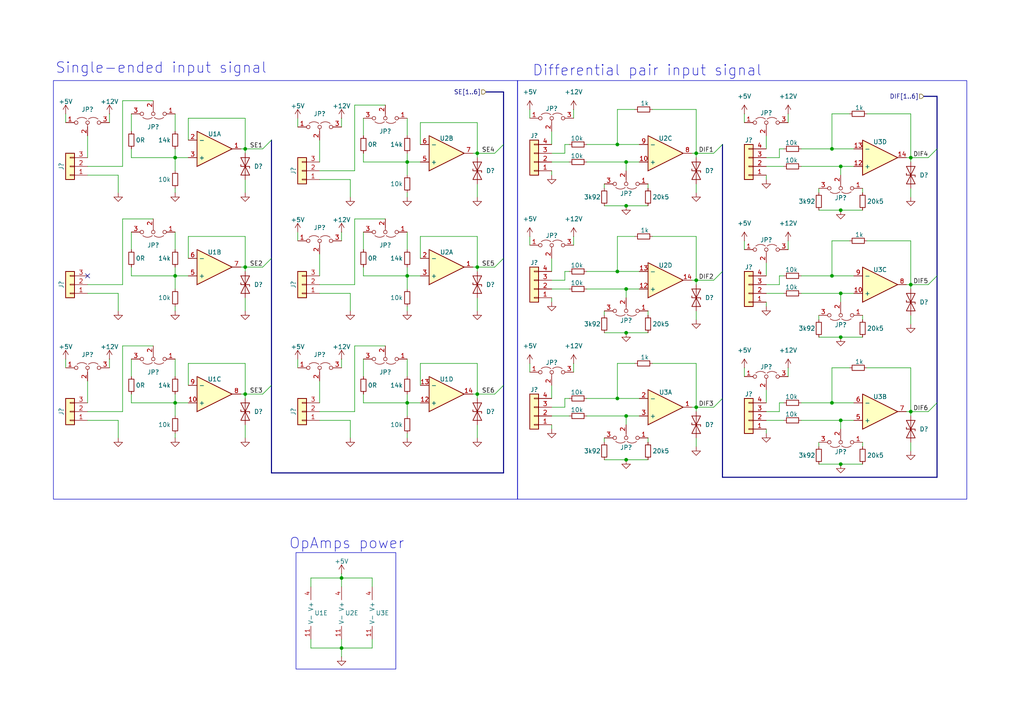
<source format=kicad_sch>
(kicad_sch (version 20250114) (generator "eeschema") (generator_version "9.0")
  (paper "A4")
  (title_block (title "Universal use measuring PCB") (rev "1") (company "Author: Kacper Pawlak"))
  (lib_symbols
    (symbol "Connector_Generic:Conn_01x03" (pin_names (offset 1.016) (hide yes))
      (property "Reference" "J" (at 0 5.08 0))
      (property "Value" "Conn_01x03" (at 0 -5.08 0))
      (symbol "Conn_01x03_1_1"
        (pin passive line (at -5.08 2.54 0) (length 3.81) (name "Pin_1") (number "1"))
        (pin passive line (at -5.08 0 0) (length 3.81) (name "Pin_2") (number "2"))
        (pin passive line (at -5.08 -2.54 0) (length 3.81) (name "Pin_3") (number "3"))
      )
    )
    (symbol "Connector_Generic:Conn_01x04" (pin_names (offset 1.016) (hide yes))
      (property "Reference" "J" (at 0 5.08 0))
      (property "Value" "Conn_01x04" (at 0 -7.62 0))
      (symbol "Conn_01x04_1_1"
        (pin passive line (at -5.08 2.54 0) (length 3.81) (name "Pin_1") (number "1"))
        (pin passive line (at -5.08 0 0) (length 3.81) (name "Pin_2") (number "2"))
        (pin passive line (at -5.08 -2.54 0) (length 3.81) (name "Pin_3") (number "3"))
        (pin passive line (at -5.08 -5.08 0) (length 3.81) (name "Pin_4") (number "4"))
      )
    )
    (symbol "Device:Opamp_Quad"
      (property "Reference" "U" (at 0 5.08 0))
      (property "Value" "Opamp_Quad" (at 0 -5.08 0))
      (symbol "Opamp_Quad_1_1"
        (pin input line (at -7.62 2.54 0) (length 2.54) (name "+") (number "3"))
        (pin input line (at -7.62 -2.54 0) (length 2.54) (name "-") (number "2"))
        (pin output line (at 7.62 0 180) (length 2.54) (name "~") (number "1"))
      )
      (symbol "Opamp_Quad_2_1"
        (pin input line (at -7.62 2.54 0) (length 2.54) (name "+") (number "5"))
        (pin input line (at -7.62 -2.54 0) (length 2.54) (name "-") (number "6"))
        (pin output line (at 7.62 0 180) (length 2.54) (name "~") (number "7"))
      )
      (symbol "Opamp_Quad_3_1"
        (pin input line (at -7.62 2.54 0) (length 2.54) (name "+") (number "10"))
        (pin input line (at -7.62 -2.54 0) (length 2.54) (name "-") (number "9"))
        (pin output line (at 7.62 0 180) (length 2.54) (name "~") (number "8"))
      )
      (symbol "Opamp_Quad_4_1"
        (pin input line (at -7.62 2.54 0) (length 2.54) (name "+") (number "12"))
        (pin input line (at -7.62 -2.54 0) (length 2.54) (name "-") (number "13"))
        (pin output line (at 7.62 0 180) (length 2.54) (name "~") (number "14"))
      )
      (symbol "Opamp_Quad_5_1"
        (pin power_in line (at -2.54 7.62 270) (length 3.81) (name "V+") (number "4"))
        (pin power_in line (at -2.54 -7.62 90) (length 3.81) (name "V-") (number "11"))
      )
    )
    (symbol "Device:R_Small" (pin_numbers (hide yes)) (pin_names (offset 0.254) (hide yes))
      (property "Reference" "R" (at 0 0 90))
      (property "Value" "R_Small" (at 1.778 0 90))
      (symbol "R_Small_1_1"
        (pin passive line (at 0 2.54 270) (length 0.762) (name "~") (number "1"))
        (pin passive line (at 0 -2.54 90) (length 0.762) (name "~") (number "2"))
      )
    )
    (symbol "Diode:ESD9B5.0ST5G" (pin_numbers (hide yes)) (pin_names (offset 1.016) (hide yes))
      (property "Reference" "D" (at 0 2.54 0))
      (property "Value" "ESD9B5.0ST5G" (at 0 -2.54 0))
      (symbol "ESD9B5.0ST5G_1_1"
        (pin passive line (at -3.81 0 0) (length 2.54) (name "A1") (number "1"))
        (pin passive line (at 3.81 0 180) (length 2.54) (name "A2") (number "2"))
      )
    )
    (symbol "Jumper:Jumper_3_Open" (pin_names (offset 0) (hide yes)) (in_bom no)
      (property "Reference" "JP" (at -2.54 -2.54 0))
      (property "Value" "Jumper_3_Open" (at 0 2.794 0))
      (symbol "Jumper_3_Open_1_1"
        (pin passive line (at -6.35 0 0) (length 2.54) (name "A") (number "1"))
        (pin passive line (at 0 -3.81 90) (length 2.54) (name "C") (number "2"))
        (pin passive line (at 6.35 0 180) (length 2.54) (name "B") (number "3"))
      )
    )
    (symbol "power:+12V" (power) (pin_numbers (hide yes)) (pin_names (offset 0) (hide yes))
      (property "Value" "+12V" (at 0 3.556 0))
      (symbol "+12V_1_1"
        (pin power_in line (at 0 0 90) (length 0) (name "~") (number "1"))
      )
    )
    (symbol "power:+5V" (power) (pin_numbers (hide yes)) (pin_names (offset 0) (hide yes))
      (property "Value" "+5V" (at 0 3.556 0))
      (symbol "+5V_1_1"
        (pin power_in line (at 0 0 90) (length 0) (name "~") (number "1"))
      )
    )
    (symbol "power:GND" (power) (pin_numbers (hide yes)) (pin_names (offset 0) (hide yes))
      (property "Value" "GND" (at 0 -3.81 0))
      (symbol "GND_1_1"
        (pin power_in line (at 0 0 270) (length 0) (name "~") (number "1"))
      )
    )
  )
  (rectangle (start 85.852 160.274) (end 114.808 194.056))
  (rectangle (start 15.494 23.368) (end 150.114 144.78))
  (rectangle (start 150.114 23.368) (end 280.416 144.78))
  (text "OpAmps power\n" (at 100.584 157.734 0) (effects (font (size 3.048 3.048))))
  (text "Single-ended input signal" (at 46.736 19.812 0) (effects (font (size 3.048 3.048))))
  (text "Differential pair input signal" (at 187.706 20.574 0) (effects (font (size 3.048 3.048))))
  (junction (at 118.11 116.84))
  (junction (at 138.43 114.3))
  (junction (at 264.16 82.55))
  (junction (at 138.43 77.47))
  (junction (at 118.11 80.01))
  (junction (at 179.07 41.91))
  (junction (at 243.84 97.79))
  (junction (at 118.11 46.99))
  (junction (at 243.84 121.92))
  (junction (at 201.93 81.28))
  (junction (at 201.93 118.11))
  (junction (at 179.07 78.74))
  (junction (at 264.16 119.38))
  (junction (at 243.84 134.62))
  (junction (at 50.8 116.84))
  (junction (at 50.8 80.01))
  (junction (at 181.61 46.99))
  (junction (at 201.93 44.45))
  (junction (at 241.3 80.01))
  (junction (at 71.12 114.3))
  (junction (at 241.3 43.18))
  (junction (at 181.61 83.82))
  (junction (at 181.61 59.69))
  (junction (at 264.16 45.72))
  (junction (at 243.84 60.96))
  (junction (at 138.43 44.45))
  (junction (at 181.61 120.65))
  (junction (at 181.61 133.35))
  (junction (at 241.3 116.84))
  (junction (at 243.84 85.09))
  (junction (at 71.12 77.47))
  (junction (at 243.84 48.26))
  (junction (at 99.06 187.96))
  (junction (at 179.07 115.57))
  (junction (at 71.12 43.18))
  (junction (at 99.06 167.64))
  (junction (at 181.61 96.52))
  (junction (at 50.8 45.72))
  (no_connect (at 25.4 80.01))
  (bus_entry (at 207.01 118.11) (size 2.54 -2.54))
  (bus_entry (at 76.2 43.18) (size 2.54 -2.54))
  (bus_entry (at 143.51 114.3) (size 2.54 -2.54))
  (bus_entry (at 143.51 44.45) (size 2.54 -2.54))
  (bus_entry (at 269.24 82.55) (size 2.54 -2.54))
  (bus_entry (at 76.2 77.47) (size 2.54 -2.54))
  (bus_entry (at 143.51 77.47) (size 2.54 -2.54))
  (bus_entry (at 207.01 44.45) (size 2.54 -2.54))
  (bus_entry (at 207.01 81.28) (size 2.54 -2.54))
  (bus_entry (at 269.24 45.72) (size 2.54 -2.54))
  (bus_entry (at 76.2 114.3) (size 2.54 -2.54))
  (bus_entry (at 269.24 119.38) (size 2.54 -2.54))
  (wire (pts (xy 71.12 115.57) (xy 71.12 114.3)))
  (wire (pts (xy 243.84 48.26) (xy 243.84 50.8)))
  (wire (pts (xy 105.41 116.84) (xy 118.11 116.84)))
  (wire (pts (xy 170.18 120.65) (xy 181.61 120.65)))
  (wire (pts (xy 251.46 106.68) (xy 264.16 106.68)))
  (wire (pts (xy 71.12 44.45) (xy 71.12 43.18)))
  (wire (pts (xy 201.93 68.58) (xy 201.93 81.28)))
  (wire (pts (xy 137.16 114.3) (xy 138.43 114.3)))
  (wire (pts (xy 264.16 82.55) (xy 264.16 83.82)))
  (wire (pts (xy 35.56 119.38) (xy 35.56 100.33)))
  (wire (pts (xy 118.11 114.3) (xy 118.11 116.84)))
  (wire (pts (xy 160.02 50.8) (xy 160.02 49.53)))
  (wire (pts (xy 264.16 54.61) (xy 264.16 57.15)))
  (wire (pts (xy 102.87 30.48) (xy 111.76 30.48)))
  (bus (pts (xy 146.05 137.16) (xy 78.74 137.16)))
  (wire (pts (xy 121.92 74.93) (xy 121.92 68.58)))
  (wire (pts (xy 101.6 90.17) (xy 101.6 85.09)))
  (wire (pts (xy 160.02 120.65) (xy 165.1 120.65)))
  (wire (pts (xy 118.11 77.47) (xy 118.11 80.01)))
  (wire (pts (xy 69.85 43.18) (xy 71.12 43.18)))
  (wire (pts (xy 264.16 69.85) (xy 264.16 82.55)))
  (wire (pts (xy 181.61 46.99) (xy 181.61 49.53)))
  (wire (pts (xy 86.36 67.31) (xy 86.36 69.85)))
  (wire (pts (xy 201.93 127) (xy 201.93 129.54)))
  (wire (pts (xy 38.1 67.31) (xy 38.1 72.39)))
  (wire (pts (xy 92.71 49.53) (xy 102.87 49.53)))
  (bus (pts (xy 271.78 80.01) (xy 271.78 116.84)))
  (wire (pts (xy 138.43 77.47) (xy 143.51 77.47)))
  (wire (pts (xy 181.61 133.35) (xy 187.96 133.35)))
  (wire (pts (xy 175.26 133.35) (xy 181.61 133.35)))
  (wire (pts (xy 179.07 105.41) (xy 179.07 115.57)))
  (wire (pts (xy 160.02 46.99) (xy 165.1 46.99)))
  (wire (pts (xy 99.06 167.64) (xy 99.06 170.18)))
  (wire (pts (xy 118.11 116.84) (xy 118.11 120.65)))
  (wire (pts (xy 163.83 78.74) (xy 163.83 81.28)))
  (wire (pts (xy 118.11 34.29) (xy 118.11 39.37)))
  (wire (pts (xy 101.6 85.09) (xy 92.71 85.09)))
  (wire (pts (xy 241.3 69.85) (xy 241.3 80.01)))
  (wire (pts (xy 250.19 91.44) (xy 250.19 92.71)))
  (wire (pts (xy 54.61 68.58) (xy 71.12 68.58)))
  (wire (pts (xy 138.43 68.58) (xy 138.43 77.47)))
  (wire (pts (xy 179.07 68.58) (xy 184.15 68.58)))
  (wire (pts (xy 107.95 167.64) (xy 107.95 170.18)))
  (wire (pts (xy 102.87 100.33) (xy 111.76 100.33)))
  (wire (pts (xy 222.25 52.07) (xy 222.25 50.8)))
  (wire (pts (xy 232.41 43.18) (xy 241.3 43.18)))
  (wire (pts (xy 163.83 118.11) (xy 160.02 118.11)))
  (wire (pts (xy 69.85 77.47) (xy 71.12 77.47)))
  (wire (pts (xy 160.02 38.1) (xy 160.02 41.91)))
  (wire (pts (xy 160.02 74.93) (xy 160.02 78.74)))
  (wire (pts (xy 86.36 104.14) (xy 86.36 106.68)))
  (wire (pts (xy 264.16 119.38) (xy 264.16 120.65)))
  (wire (pts (xy 237.49 97.79) (xy 243.84 97.79)))
  (wire (pts (xy 187.96 90.17) (xy 187.96 91.44)))
  (wire (pts (xy 222.25 39.37) (xy 222.25 43.18)))
  (wire (pts (xy 243.84 85.09) (xy 247.65 85.09)))
  (wire (pts (xy 241.3 106.68) (xy 241.3 116.84)))
  (wire (pts (xy 226.06 82.55) (xy 222.25 82.55)))
  (wire (pts (xy 262.89 119.38) (xy 264.16 119.38)))
  (wire (pts (xy 19.05 104.14) (xy 19.05 106.68)))
  (wire (pts (xy 179.07 41.91) (xy 185.42 41.91)))
  (wire (pts (xy 31.75 35.56) (xy 31.75 33.02)))
  (wire (pts (xy 138.43 123.19) (xy 138.43 127)))
  (wire (pts (xy 264.16 33.02) (xy 264.16 45.72)))
  (wire (pts (xy 50.8 125.73) (xy 50.8 127)))
  (wire (pts (xy 237.49 134.62) (xy 243.84 134.62)))
  (wire (pts (xy 92.71 73.66) (xy 92.71 80.01)))
  (wire (pts (xy 181.61 83.82) (xy 181.61 86.36)))
  (wire (pts (xy 226.06 43.18) (xy 226.06 45.72)))
  (wire (pts (xy 243.84 60.96) (xy 250.19 60.96)))
  (wire (pts (xy 38.1 116.84) (xy 50.8 116.84)))
  (wire (pts (xy 54.61 74.93) (xy 54.61 68.58)))
  (wire (pts (xy 170.18 41.91) (xy 179.07 41.91)))
  (wire (pts (xy 222.25 48.26) (xy 227.33 48.26)))
  (wire (pts (xy 99.06 69.85) (xy 99.06 67.31)))
  (wire (pts (xy 118.11 125.73) (xy 118.11 127)))
  (wire (pts (xy 99.06 187.96) (xy 107.95 187.96)))
  (wire (pts (xy 232.41 80.01) (xy 241.3 80.01)))
  (wire (pts (xy 35.56 82.55) (xy 35.56 63.5)))
  (wire (pts (xy 107.95 185.42) (xy 107.95 187.96)))
  (wire (pts (xy 166.37 31.75) (xy 166.37 34.29)))
  (bus (pts (xy 267.97 27.94) (xy 271.78 27.94)))
  (wire (pts (xy 226.06 119.38) (xy 222.25 119.38)))
  (wire (pts (xy 163.83 115.57) (xy 165.1 115.57)))
  (wire (pts (xy 170.18 83.82) (xy 181.61 83.82)))
  (wire (pts (xy 25.4 119.38) (xy 35.56 119.38)))
  (wire (pts (xy 243.84 97.79) (xy 250.19 97.79)))
  (wire (pts (xy 160.02 87.63) (xy 160.02 86.36)))
  (bus (pts (xy 78.74 111.76) (xy 78.74 137.16)))
  (wire (pts (xy 35.56 63.5) (xy 44.45 63.5)))
  (wire (pts (xy 262.89 45.72) (xy 264.16 45.72)))
  (wire (pts (xy 264.16 45.72) (xy 264.16 46.99)))
  (wire (pts (xy 101.6 121.92) (xy 92.71 121.92)))
  (wire (pts (xy 138.43 44.45) (xy 143.51 44.45)))
  (wire (pts (xy 38.1 77.47) (xy 38.1 80.01)))
  (wire (pts (xy 201.93 118.11) (xy 207.01 118.11)))
  (wire (pts (xy 102.87 82.55) (xy 102.87 63.5)))
  (wire (pts (xy 138.43 115.57) (xy 138.43 114.3)))
  (wire (pts (xy 187.96 127) (xy 187.96 128.27)))
  (wire (pts (xy 241.3 33.02) (xy 241.3 43.18)))
  (wire (pts (xy 243.84 48.26) (xy 247.65 48.26)))
  (wire (pts (xy 264.16 45.72) (xy 269.24 45.72)))
  (bus (pts (xy 271.78 138.43) (xy 209.55 138.43)))
  (wire (pts (xy 54.61 111.76) (xy 54.61 105.41)))
  (wire (pts (xy 34.29 121.92) (xy 25.4 121.92)))
  (wire (pts (xy 71.12 105.41) (xy 71.12 114.3)))
  (wire (pts (xy 222.25 113.03) (xy 222.25 116.84)))
  (wire (pts (xy 237.49 91.44) (xy 237.49 92.71)))
  (wire (pts (xy 102.87 49.53) (xy 102.87 30.48)))
  (wire (pts (xy 137.16 77.47) (xy 138.43 77.47)))
  (wire (pts (xy 201.93 44.45) (xy 207.01 44.45)))
  (wire (pts (xy 215.9 33.02) (xy 215.9 35.56)))
  (wire (pts (xy 50.8 33.02) (xy 50.8 38.1)))
  (wire (pts (xy 35.56 48.26) (xy 35.56 29.21)))
  (wire (pts (xy 102.87 119.38) (xy 102.87 100.33)))
  (wire (pts (xy 264.16 82.55) (xy 269.24 82.55)))
  (wire (pts (xy 181.61 83.82) (xy 185.42 83.82)))
  (wire (pts (xy 121.92 111.76) (xy 121.92 105.41)))
  (wire (pts (xy 71.12 78.74) (xy 71.12 77.47)))
  (wire (pts (xy 237.49 60.96) (xy 243.84 60.96)))
  (wire (pts (xy 228.6 106.68) (xy 228.6 109.22)))
  (wire (pts (xy 200.66 44.45) (xy 201.93 44.45)))
  (wire (pts (xy 181.61 120.65) (xy 181.61 123.19)))
  (wire (pts (xy 179.07 31.75) (xy 179.07 41.91)))
  (wire (pts (xy 243.84 85.09) (xy 243.84 87.63)))
  (wire (pts (xy 170.18 78.74) (xy 179.07 78.74)))
  (wire (pts (xy 118.11 46.99) (xy 121.92 46.99)))
  (wire (pts (xy 138.43 53.34) (xy 138.43 57.15)))
  (wire (pts (xy 226.06 80.01) (xy 227.33 80.01)))
  (wire (pts (xy 50.8 114.3) (xy 50.8 116.84)))
  (wire (pts (xy 71.12 123.19) (xy 71.12 127)))
  (wire (pts (xy 241.3 69.85) (xy 246.38 69.85)))
  (wire (pts (xy 99.06 166.37) (xy 99.06 167.64)))
  (wire (pts (xy 90.17 167.64) (xy 90.17 170.18)))
  (wire (pts (xy 241.3 116.84) (xy 247.65 116.84)))
  (wire (pts (xy 160.02 124.46) (xy 160.02 123.19)))
  (wire (pts (xy 92.71 110.49) (xy 92.71 116.84)))
  (wire (pts (xy 105.41 46.99) (xy 118.11 46.99)))
  (wire (pts (xy 264.16 128.27) (xy 264.16 130.81)))
  (wire (pts (xy 201.93 81.28) (xy 201.93 82.55)))
  (bus (pts (xy 209.55 41.91) (xy 209.55 78.74)))
  (wire (pts (xy 121.92 68.58) (xy 138.43 68.58)))
  (wire (pts (xy 201.93 118.11) (xy 201.93 119.38)))
  (wire (pts (xy 201.93 31.75) (xy 201.93 44.45)))
  (wire (pts (xy 226.06 116.84) (xy 226.06 119.38)))
  (wire (pts (xy 105.41 77.47) (xy 105.41 80.01)))
  (wire (pts (xy 71.12 114.3) (xy 76.2 114.3)))
  (wire (pts (xy 107.95 167.64) (xy 99.06 167.64)))
  (wire (pts (xy 105.41 44.45) (xy 105.41 46.99)))
  (wire (pts (xy 222.25 88.9) (xy 222.25 87.63)))
  (wire (pts (xy 137.16 44.45) (xy 138.43 44.45)))
  (wire (pts (xy 118.11 55.88) (xy 118.11 57.15)))
  (wire (pts (xy 243.84 121.92) (xy 247.65 121.92)))
  (wire (pts (xy 38.1 45.72) (xy 50.8 45.72)))
  (wire (pts (xy 222.25 76.2) (xy 222.25 80.01)))
  (wire (pts (xy 99.06 106.68) (xy 99.06 104.14)))
  (wire (pts (xy 215.9 69.85) (xy 215.9 72.39)))
  (wire (pts (xy 34.29 50.8) (xy 25.4 50.8)))
  (bus (pts (xy 271.78 43.18) (xy 271.78 80.01)))
  (wire (pts (xy 50.8 77.47) (xy 50.8 80.01)))
  (wire (pts (xy 226.06 116.84) (xy 227.33 116.84)))
  (wire (pts (xy 19.05 33.02) (xy 19.05 35.56)))
  (wire (pts (xy 54.61 40.64) (xy 54.61 34.29)))
  (wire (pts (xy 50.8 80.01) (xy 50.8 83.82)))
  (wire (pts (xy 226.06 43.18) (xy 227.33 43.18)))
  (wire (pts (xy 232.41 116.84) (xy 241.3 116.84)))
  (wire (pts (xy 50.8 104.14) (xy 50.8 109.22)))
  (wire (pts (xy 50.8 43.18) (xy 50.8 45.72)))
  (wire (pts (xy 262.89 82.55) (xy 264.16 82.55)))
  (wire (pts (xy 163.83 41.91) (xy 163.83 44.45)))
  (wire (pts (xy 222.25 125.73) (xy 222.25 124.46)))
  (wire (pts (xy 54.61 80.01) (xy 50.8 80.01)))
  (wire (pts (xy 54.61 34.29) (xy 71.12 34.29)))
  (wire (pts (xy 71.12 34.29) (xy 71.12 43.18)))
  (wire (pts (xy 222.25 121.92) (xy 227.33 121.92)))
  (wire (pts (xy 153.67 31.75) (xy 153.67 34.29)))
  (wire (pts (xy 121.92 105.41) (xy 138.43 105.41)))
  (wire (pts (xy 163.83 41.91) (xy 165.1 41.91)))
  (wire (pts (xy 166.37 105.41) (xy 166.37 107.95)))
  (wire (pts (xy 200.66 81.28) (xy 201.93 81.28)))
  (wire (pts (xy 90.17 185.42) (xy 90.17 187.96)))
  (wire (pts (xy 101.6 52.07) (xy 92.71 52.07)))
  (wire (pts (xy 105.41 104.14) (xy 105.41 109.22)))
  (wire (pts (xy 105.41 67.31) (xy 105.41 72.39)))
  (wire (pts (xy 189.23 68.58) (xy 201.93 68.58)))
  (wire (pts (xy 226.06 80.01) (xy 226.06 82.55)))
  (wire (pts (xy 232.41 85.09) (xy 243.84 85.09)))
  (wire (pts (xy 25.4 39.37) (xy 25.4 45.72)))
  (wire (pts (xy 121.92 41.91) (xy 121.92 35.56)))
  (bus (pts (xy 78.74 40.64) (xy 78.74 74.93)))
  (wire (pts (xy 69.85 114.3) (xy 71.12 114.3)))
  (wire (pts (xy 243.84 134.62) (xy 250.19 134.62)))
  (wire (pts (xy 179.07 68.58) (xy 179.07 78.74)))
  (wire (pts (xy 71.12 43.18) (xy 76.2 43.18)))
  (wire (pts (xy 86.36 34.29) (xy 86.36 36.83)))
  (wire (pts (xy 241.3 33.02) (xy 246.38 33.02)))
  (wire (pts (xy 201.93 105.41) (xy 201.93 118.11)))
  (wire (pts (xy 50.8 88.9) (xy 50.8 90.17)))
  (wire (pts (xy 25.4 110.49) (xy 25.4 116.84)))
  (wire (pts (xy 201.93 81.28) (xy 207.01 81.28)))
  (wire (pts (xy 170.18 115.57) (xy 179.07 115.57)))
  (wire (pts (xy 71.12 77.47) (xy 76.2 77.47)))
  (wire (pts (xy 118.11 67.31) (xy 118.11 72.39)))
  (wire (pts (xy 189.23 105.41) (xy 201.93 105.41)))
  (wire (pts (xy 25.4 82.55) (xy 35.56 82.55)))
  (wire (pts (xy 50.8 67.31) (xy 50.8 72.39)))
  (wire (pts (xy 101.6 57.15) (xy 101.6 52.07)))
  (wire (pts (xy 50.8 54.61) (xy 50.8 55.88)))
  (wire (pts (xy 34.29 127) (xy 34.29 121.92)))
  (wire (pts (xy 163.83 78.74) (xy 165.1 78.74)))
  (wire (pts (xy 118.11 80.01) (xy 118.11 83.82)))
  (wire (pts (xy 250.19 54.61) (xy 250.19 55.88)))
  (wire (pts (xy 34.29 55.88) (xy 34.29 50.8)))
  (wire (pts (xy 237.49 54.61) (xy 237.49 55.88)))
  (wire (pts (xy 34.29 85.09) (xy 25.4 85.09)))
  (wire (pts (xy 241.3 106.68) (xy 246.38 106.68)))
  (wire (pts (xy 118.11 46.99) (xy 118.11 50.8)))
  (wire (pts (xy 153.67 68.58) (xy 153.67 71.12)))
  (wire (pts (xy 138.43 86.36) (xy 138.43 90.17)))
  (wire (pts (xy 201.93 90.17) (xy 201.93 92.71)))
  (wire (pts (xy 90.17 167.64) (xy 99.06 167.64)))
  (wire (pts (xy 181.61 59.69) (xy 187.96 59.69)))
  (bus (pts (xy 271.78 27.94) (xy 271.78 43.18)))
  (wire (pts (xy 241.3 80.01) (xy 247.65 80.01)))
  (wire (pts (xy 163.83 44.45) (xy 160.02 44.45)))
  (wire (pts (xy 201.93 53.34) (xy 201.93 55.88)))
  (bus (pts (xy 140.97 26.67) (xy 146.05 26.67)))
  (bus (pts (xy 78.74 74.93) (xy 78.74 111.76)))
  (bus (pts (xy 146.05 111.76) (xy 146.05 137.16)))
  (wire (pts (xy 160.02 83.82) (xy 165.1 83.82)))
  (wire (pts (xy 105.41 80.01) (xy 118.11 80.01)))
  (wire (pts (xy 170.18 46.99) (xy 181.61 46.99)))
  (wire (pts (xy 163.83 115.57) (xy 163.83 118.11)))
  (wire (pts (xy 237.49 128.27) (xy 237.49 129.54)))
  (wire (pts (xy 264.16 119.38) (xy 269.24 119.38)))
  (wire (pts (xy 232.41 48.26) (xy 243.84 48.26)))
  (wire (pts (xy 251.46 33.02) (xy 264.16 33.02)))
  (wire (pts (xy 215.9 106.68) (xy 215.9 109.22)))
  (wire (pts (xy 50.8 45.72) (xy 50.8 49.53)))
  (wire (pts (xy 38.1 104.14) (xy 38.1 109.22)))
  (wire (pts (xy 243.84 121.92) (xy 243.84 124.46)))
  (wire (pts (xy 175.26 127) (xy 175.26 128.27)))
  (wire (pts (xy 71.12 52.07) (xy 71.12 55.88)))
  (wire (pts (xy 92.71 40.64) (xy 92.71 46.99)))
  (wire (pts (xy 35.56 29.21) (xy 44.45 29.21)))
  (wire (pts (xy 118.11 104.14) (xy 118.11 109.22)))
  (wire (pts (xy 118.11 44.45) (xy 118.11 46.99)))
  (wire (pts (xy 181.61 46.99) (xy 185.42 46.99)))
  (wire (pts (xy 38.1 33.02) (xy 38.1 38.1)))
  (wire (pts (xy 138.43 78.74) (xy 138.43 77.47)))
  (wire (pts (xy 179.07 115.57) (xy 185.42 115.57)))
  (wire (pts (xy 264.16 91.44) (xy 264.16 93.98)))
  (wire (pts (xy 118.11 80.01) (xy 121.92 80.01)))
  (bus (pts (xy 209.55 115.57) (xy 209.55 138.43)))
  (wire (pts (xy 35.56 100.33) (xy 44.45 100.33)))
  (bus (pts (xy 271.78 116.84) (xy 271.78 138.43)))
  (wire (pts (xy 179.07 31.75) (xy 184.15 31.75)))
  (wire (pts (xy 160.02 111.76) (xy 160.02 115.57)))
  (wire (pts (xy 251.46 69.85) (xy 264.16 69.85)))
  (wire (pts (xy 71.12 68.58) (xy 71.12 77.47)))
  (wire (pts (xy 25.4 48.26) (xy 35.56 48.26)))
  (wire (pts (xy 92.71 119.38) (xy 102.87 119.38)))
  (wire (pts (xy 99.06 187.96) (xy 99.06 190.5)))
  (wire (pts (xy 38.1 114.3) (xy 38.1 116.84)))
  (wire (pts (xy 138.43 105.41) (xy 138.43 114.3)))
  (wire (pts (xy 54.61 105.41) (xy 71.12 105.41)))
  (wire (pts (xy 179.07 105.41) (xy 184.15 105.41)))
  (wire (pts (xy 121.92 35.56) (xy 138.43 35.56)))
  (wire (pts (xy 163.83 81.28) (xy 160.02 81.28)))
  (wire (pts (xy 99.06 36.83) (xy 99.06 34.29)))
  (wire (pts (xy 99.06 185.42) (xy 99.06 187.96)))
  (wire (pts (xy 105.41 34.29) (xy 105.41 39.37)))
  (bus (pts (xy 209.55 78.74) (xy 209.55 115.57)))
  (wire (pts (xy 264.16 106.68) (xy 264.16 119.38)))
  (wire (pts (xy 92.71 82.55) (xy 102.87 82.55)))
  (wire (pts (xy 118.11 88.9) (xy 118.11 90.17)))
  (wire (pts (xy 232.41 121.92) (xy 243.84 121.92)))
  (wire (pts (xy 222.25 85.09) (xy 227.33 85.09)))
  (wire (pts (xy 175.26 96.52) (xy 181.61 96.52)))
  (wire (pts (xy 226.06 45.72) (xy 222.25 45.72)))
  (wire (pts (xy 34.29 90.17) (xy 34.29 85.09)))
  (wire (pts (xy 102.87 63.5) (xy 111.76 63.5)))
  (wire (pts (xy 121.92 116.84) (xy 118.11 116.84)))
  (wire (pts (xy 200.66 118.11) (xy 201.93 118.11)))
  (wire (pts (xy 175.26 90.17) (xy 175.26 91.44)))
  (wire (pts (xy 50.8 116.84) (xy 50.8 120.65)))
  (wire (pts (xy 181.61 120.65) (xy 185.42 120.65)))
  (wire (pts (xy 250.19 128.27) (xy 250.19 129.54)))
  (wire (pts (xy 179.07 78.74) (xy 185.42 78.74)))
  (wire (pts (xy 90.17 187.96) (xy 99.06 187.96)))
  (bus (pts (xy 146.05 41.91) (xy 146.05 74.93)))
  (wire (pts (xy 138.43 114.3) (xy 143.51 114.3)))
  (wire (pts (xy 241.3 43.18) (xy 247.65 43.18)))
  (wire (pts (xy 175.26 59.69) (xy 181.61 59.69)))
  (wire (pts (xy 201.93 44.45) (xy 201.93 45.72)))
  (bus (pts (xy 146.05 74.93) (xy 146.05 111.76)))
  (wire (pts (xy 153.67 105.41) (xy 153.67 107.95)))
  (wire (pts (xy 101.6 127) (xy 101.6 121.92)))
  (wire (pts (xy 166.37 68.58) (xy 166.37 71.12)))
  (wire (pts (xy 38.1 80.01) (xy 50.8 80.01)))
  (wire (pts (xy 181.61 96.52) (xy 187.96 96.52)))
  (wire (pts (xy 187.96 53.34) (xy 187.96 54.61)))
  (wire (pts (xy 105.41 114.3) (xy 105.41 116.84)))
  (wire (pts (xy 189.23 31.75) (xy 201.93 31.75)))
  (wire (pts (xy 31.75 106.68) (xy 31.75 104.14)))
  (wire (pts (xy 38.1 43.18) (xy 38.1 45.72)))
  (wire (pts (xy 54.61 45.72) (xy 50.8 45.72)))
  (wire (pts (xy 71.12 86.36) (xy 71.12 90.17)))
  (bus (pts (xy 146.05 26.67) (xy 146.05 41.91)))
  (wire (pts (xy 138.43 35.56) (xy 138.43 44.45)))
  (wire (pts (xy 175.26 53.34) (xy 175.26 54.61)))
  (wire (pts (xy 138.43 45.72) (xy 138.43 44.45)))
  (wire (pts (xy 228.6 69.85) (xy 228.6 72.39)))
  (wire (pts (xy 228.6 33.02) (xy 228.6 35.56)))
  (wire (pts (xy 54.61 116.84) (xy 50.8 116.84)))
  (label "DIF2" (at 207.01 81.28 180))
  (label "DIF4" (at 269.24 45.72 180))
  (label "DIF1" (at 207.01 44.45 180))
  (label "SE5" (at 143.51 77.47 180))
  (label "DIF6" (at 269.24 119.38 180))
  (label "SE1" (at 76.2 43.18 180))
  (label "SE6" (at 143.51 114.3 180))
  (label "SE3" (at 76.2 114.3 180))
  (label "SE4" (at 143.51 44.45 180))
  (label "DIF3" (at 207.01 118.11 180))
  (label "SE2" (at 76.2 77.47 180))
  (label "DIF5" (at 269.24 82.55 180))
  (hierarchical_label "DIF[1..6]" (shape input) (at 267.97 27.94 180))
  (hierarchical_label "SE[1..6]" (shape input) (at 140.97 26.67 180))
  (symbol (lib_id "Jumper:Jumper_3_Open") (at 222.25 35.56 0) (unit 1) (in_bom no)
    (property "Reference" "JP?" (at 222.25 32.766 0))
    (property "Value" "Jumper_3_Open" (effects (hide yes)))
    (property "Description" "Jumper, 3-pole, both open" (effects (hide yes)))
  )
  (symbol (lib_id "Device:R_Small") (at 38.1 74.93 0) (unit 1)
    (property "Reference" "R?" (effects (hide yes)))
    (property "Value" "0R" (at 39.37 74.93 0) (effects (justify left)))
    (property "Footprint" "Resistor_SMD:R_0603_1608Metric_Pad0.98x0.95mm_HandSolder" (effects (hide yes)))
    (property "Description" "Resistor, small symbol" (effects (hide yes)))
  )
  (symbol (lib_id "Connector_Generic:Conn_01x04") (at 217.17 121.92 180) (unit 1)
    (property "Reference" "J?" (at 217.17 114.3 0))
    (property "Value" "Conn_01x04" (effects (hide yes)))
    (property "Description" "Generic connector, single row, 01x04, script generated (kicad-library-utils/schlib/autogen/connector/)" (effects (hide yes)))
  )
  (symbol (lib_id "Device:R_Small") (at 248.92 69.85 90) (unit 1)
    (property "Reference" "R?" (effects (hide yes)))
    (property "Value" "1k" (at 250.444 68.072 90) (effects (justify left)))
    (property "Footprint" "Resistor_SMD:R_0603_1608Metric_Pad0.98x0.95mm_HandSolder" (effects (hide yes)))
    (property "Description" "Resistor, small symbol" (effects (hide yes)))
  )
  (symbol (lib_id "Device:R_Small") (at 250.19 95.25 0) (unit 1)
    (property "Reference" "R?" (effects (hide yes)))
    (property "Value" "20k5" (at 251.46 95.25 0) (effects (justify left)))
    (property "Footprint" "Resistor_SMD:R_0603_1608Metric_Pad0.98x0.95mm_HandSolder" (effects (hide yes)))
    (property "Description" "Resistor, small symbol" (effects (hide yes)))
  )
  (symbol (lib_id "Device:R_Small") (at 186.69 105.41 90) (unit 1)
    (property "Reference" "R?" (effects (hide yes)))
    (property "Value" "1k" (at 188.214 103.632 90) (effects (justify left)))
    (property "Footprint" "Resistor_SMD:R_0603_1608Metric_Pad0.98x0.95mm_HandSolder" (effects (hide yes)))
    (property "Description" "Resistor, small symbol" (effects (hide yes)))
  )
  (symbol (lib_id "Connector_Generic:Conn_01x04") (at 154.94 83.82 180) (unit 1)
    (property "Reference" "J?" (at 154.94 76.2 0))
    (property "Value" "Conn_01x04" (effects (hide yes)))
    (property "Description" "Generic connector, single row, 01x04, script generated (kicad-library-utils/schlib/autogen/connector/)" (effects (hide yes)))
  )
  (symbol (lib_id "power:GND") (at 34.29 127 0) (unit 1)
    (property "Reference" "#PWR?" (effects (hide yes)))
    (property "Value" "GND" (effects (hide yes)))
    (property "Description" "Power symbol creates a global label with name \"GND\" , ground" (effects (hide yes)))
  )
  (symbol (lib_id "Device:R_Small") (at 175.26 57.15 180) (unit 1)
    (property "Reference" "R?" (effects (hide yes)))
    (property "Value" "3k92" (at 174.244 57.15 0) (effects (justify left)))
    (property "Footprint" "Resistor_SMD:R_0603_1608Metric_Pad0.98x0.95mm_HandSolder" (effects (hide yes)))
    (property "Description" "Resistor, small symbol" (effects (hide yes)))
  )
  (symbol (lib_id "power:GND") (at 101.6 57.15 0) (unit 1)
    (property "Reference" "#PWR?" (effects (hide yes)))
    (property "Value" "GND" (effects (hide yes)))
    (property "Description" "Power symbol creates a global label with name \"GND\" , ground" (effects (hide yes)))
  )
  (symbol (lib_id "power:GND") (at 264.16 57.15 0) (unit 1)
    (property "Reference" "#PWR?" (effects (hide yes)))
    (property "Value" "GND" (effects (hide yes)))
    (property "Description" "Power symbol creates a global label with name \"GND\" , ground" (effects (hide yes)))
  )
  (symbol (lib_id "power:GND") (at 101.6 127 0) (unit 1)
    (property "Reference" "#PWR?" (effects (hide yes)))
    (property "Value" "GND" (effects (hide yes)))
    (property "Description" "Power symbol creates a global label with name \"GND\" , ground" (effects (hide yes)))
  )
  (symbol (lib_id "power:GND") (at 243.84 60.96 0) (unit 1)
    (property "Reference" "#PWR?" (effects (hide yes)))
    (property "Value" "GND" (effects (hide yes)))
    (property "Description" "Power symbol creates a global label with name \"GND\" , ground" (effects (hide yes)))
  )
  (symbol (lib_id "Device:R_Small") (at 186.69 31.75 90) (unit 1)
    (property "Reference" "R?" (effects (hide yes)))
    (property "Value" "1k" (at 188.214 29.972 90) (effects (justify left)))
    (property "Footprint" "Resistor_SMD:R_0603_1608Metric_Pad0.98x0.95mm_HandSolder" (effects (hide yes)))
    (property "Description" "Resistor, small symbol" (effects (hide yes)))
  )
  (symbol (lib_id "Device:R_Small") (at 167.64 46.99 90) (unit 1)
    (property "Reference" "R?" (effects (hide yes)))
    (property "Value" "10k" (at 169.164 45.212 90) (effects (justify left)))
    (property "Footprint" "Resistor_SMD:R_0603_1608Metric_Pad0.98x0.95mm_HandSolder" (effects (hide yes)))
    (property "Description" "Resistor, small symbol" (effects (hide yes)))
  )
  (symbol (lib_id "power:+5V") (at 86.36 104.14 0) (unit 1)
    (property "Reference" "#PWR?" (effects (hide yes)))
    (property "Value" "+5V" (at 86.36 100.584 0))
    (property "Description" "Power symbol creates a global label with name \"+5V\"" (effects (hide yes)))
  )
  (symbol (lib_id "Jumper:Jumper_3_Open") (at 25.4 35.56 0) (unit 1) (in_bom no)
    (property "Reference" "JP?" (at 25.4 31.75 0))
    (property "Value" "Jumper_3_Open" (effects (hide yes)))
    (property "Description" "Jumper, 3-pole, both open" (effects (hide yes)))
  )
  (symbol (lib_id "Device:R_Small") (at 248.92 33.02 90) (unit 1)
    (property "Reference" "R?" (effects (hide yes)))
    (property "Value" "1k" (at 250.444 31.242 90) (effects (justify left)))
    (property "Footprint" "Resistor_SMD:R_0603_1608Metric_Pad0.98x0.95mm_HandSolder" (effects (hide yes)))
    (property "Description" "Resistor, small symbol" (effects (hide yes)))
  )
  (symbol (lib_id "Jumper:Jumper_3_Open") (at 44.45 33.02 180) (unit 1) (in_bom no)
    (property "Reference" "JP?" (at 44.45 36.83 0))
    (property "Value" "Jumper_3_Open" (effects (hide yes)))
    (property "Description" "Jumper, 3-pole, both open" (effects (hide yes)))
  )
  (symbol (lib_id "Jumper:Jumper_3_Open") (at 111.76 67.31 180) (unit 1) (in_bom no)
    (property "Reference" "JP?" (at 111.76 71.12 0))
    (property "Value" "Jumper_3_Open" (effects (hide yes)))
    (property "Description" "Jumper, 3-pole, both open" (effects (hide yes)))
  )
  (symbol (lib_id "power:GND") (at 71.12 90.17 0) (unit 1)
    (property "Reference" "#PWR?" (effects (hide yes)))
    (property "Value" "GND" (effects (hide yes)))
    (property "Description" "Power symbol creates a global label with name \"GND\" , ground" (effects (hide yes)))
  )
  (symbol (lib_id "Jumper:Jumper_3_Open") (at 92.71 36.83 0) (unit 1) (in_bom no)
    (property "Reference" "JP?" (at 92.71 33.02 0))
    (property "Value" "Jumper_3_Open" (effects (hide yes)))
    (property "Description" "Jumper, 3-pole, both open" (effects (hide yes)))
  )
  (symbol (lib_id "power:+12V") (at 228.6 33.02 0) (unit 1)
    (property "Reference" "#PWR?" (effects (hide yes)))
    (property "Value" "+12V" (at 228.6 27.94 0))
    (property "Description" "Power symbol creates a global label with name \"+12V\"" (effects (hide yes)))
  )
  (symbol (lib_id "power:+12V") (at 31.75 33.02 0) (unit 1)
    (property "Reference" "#PWR?" (effects (hide yes)))
    (property "Value" "+12V" (at 31.75 29.464 0))
    (property "Description" "Power symbol creates a global label with name \"+12V\"" (effects (hide yes)))
  )
  (symbol (lib_id "Diode:ESD9B5.0ST5G") (at 264.16 50.8 90) (unit 1)
    (property "Reference" "D?" (at 266.7 50.7999 90) (effects (justify right)))
    (property "Value" "ESD9B5.0ST5G" (effects (hide yes)))
    (property "Footprint" "Diode_SMD:D_SOD-923" (effects (hide yes)))
    (property "Datasheet" "https://www.onsemi.com/pub/Collateral/ESD9B-D.PDF" (effects (hide yes)))
    (property "Description" "ESD protection diode, 5.0Vrwm, SOD-923" (effects (hide yes)))
  )
  (symbol (lib_id "power:GND") (at 118.11 57.15 0) (unit 1)
    (property "Reference" "#PWR?" (effects (hide yes)))
    (property "Value" "GND" (effects (hide yes)))
    (property "Description" "Power symbol creates a global label with name \"GND\" , ground" (effects (hide yes)))
  )
  (symbol (lib_id "Device:R_Small") (at 118.11 41.91 180) (unit 1)
    (property "Reference" "R?" (effects (hide yes)))
    (property "Value" "14k" (at 116.84 41.91 0) (effects (justify left)))
    (property "Footprint" "Resistor_SMD:R_0603_1608Metric_Pad0.98x0.95mm_HandSolder" (effects (hide yes)))
    (property "Description" "Resistor, small symbol" (effects (hide yes)))
  )
  (symbol (lib_id "power:+5V") (at 215.9 69.85 0) (unit 1)
    (property "Reference" "#PWR?" (effects (hide yes)))
    (property "Value" "+5V" (at 215.9 64.77 0))
    (property "Description" "Power symbol creates a global label with name \"+5V\"" (effects (hide yes)))
  )
  (symbol (lib_id "power:+5V") (at 19.05 33.02 0) (unit 1)
    (property "Reference" "#PWR?" (effects (hide yes)))
    (property "Value" "+5V" (at 19.05 29.464 0))
    (property "Description" "Power symbol creates a global label with name \"+5V\"" (effects (hide yes)))
  )
  (symbol (lib_id "Device:R_Small") (at 187.96 57.15 0) (unit 1)
    (property "Reference" "R?" (effects (hide yes)))
    (property "Value" "20k5" (at 189.23 57.15 0) (effects (justify left)))
    (property "Footprint" "Resistor_SMD:R_0603_1608Metric_Pad0.98x0.95mm_HandSolder" (effects (hide yes)))
    (property "Description" "Resistor, small symbol" (effects (hide yes)))
  )
  (symbol (lib_id "power:GND") (at 50.8 90.17 0) (unit 1)
    (property "Reference" "#PWR?" (effects (hide yes)))
    (property "Value" "GND" (effects (hide yes)))
    (property "Description" "Power symbol creates a global label with name \"GND\" , ground" (effects (hide yes)))
  )
  (symbol (lib_id "Connector_Generic:Conn_01x03") (at 87.63 82.55 180) (unit 1)
    (property "Reference" "J?" (at 85.09 82.55 90))
    (property "Value" "Conn_01x03" (effects (hide yes)))
    (property "Description" "Generic connector, single row, 01x03, script generated (kicad-library-utils/schlib/autogen/connector/)" (effects (hide yes)))
  )
  (symbol (lib_id "Device:R_Small") (at 248.92 106.68 90) (unit 1)
    (property "Reference" "R?" (effects (hide yes)))
    (property "Value" "1k" (at 250.444 104.902 90) (effects (justify left)))
    (property "Footprint" "Resistor_SMD:R_0603_1608Metric_Pad0.98x0.95mm_HandSolder" (effects (hide yes)))
    (property "Description" "Resistor, small symbol" (effects (hide yes)))
  )
  (symbol (lib_id "Device:R_Small") (at 105.41 41.91 0) (unit 1)
    (property "Reference" "R?" (effects (hide yes)))
    (property "Value" "0R" (at 106.68 41.91 0) (effects (justify left)))
    (property "Footprint" "Resistor_SMD:R_0603_1608Metric_Pad0.98x0.95mm_HandSolder" (effects (hide yes)))
    (property "Description" "Resistor, small symbol" (effects (hide yes)))
  )
  (symbol (lib_id "Diode:ESD9B5.0ST5G") (at 264.16 124.46 90) (unit 1)
    (property "Reference" "D?" (at 266.7 124.4599 90) (effects (justify right)))
    (property "Value" "ESD9B5.0ST5G" (effects (hide yes)))
    (property "Footprint" "Diode_SMD:D_SOD-923" (effects (hide yes)))
    (property "Datasheet" "https://www.onsemi.com/pub/Collateral/ESD9B-D.PDF" (effects (hide yes)))
    (property "Description" "ESD protection diode, 5.0Vrwm, SOD-923" (effects (hide yes)))
  )
  (symbol (lib_id "Connector_Generic:Conn_01x03") (at 20.32 82.55 180) (unit 1)
    (property "Reference" "J?" (at 17.78 82.55 90))
    (property "Value" "Conn_01x03" (effects (hide yes)))
    (property "Description" "Generic connector, single row, 01x03, script generated (kicad-library-utils/schlib/autogen/connector/)" (effects (hide yes)))
  )
  (symbol (lib_id "Device:Opamp_Quad") (at 87.63 177.8 0) (mirror y) (unit 5)
    (property "Reference" "U1" (at 91.186 177.8 0) (effects (justify right)))
    (property "Value" "Opamp_Quad" (effects (hide yes)))
    (property "Description" "Quad operational amplifier" (effects (hide yes)))
    (property "Sim.Library" "${KICAD9_SYMBOL_DIR}/Simulation_SPICE.sp" (effects (hide yes)))
    (property "Sim.Name" "kicad_builtin_opamp_quad" (effects (hide yes)))
    (property "Sim.Device" "SUBCKT" (effects (hide yes)))
    (property "Sim.Pins" "1=out1 2=in1- 3=in1+ 4=vcc 5=in2+ 6=in2- 7=out2 8=out3 9=in3- 10=in3+ 11=vee 12=in4+ 13=in4- 14=out4" (effects (hide yes)))
  )
  (symbol (lib_id "Device:R_Small") (at 237.49 132.08 180) (unit 1)
    (property "Reference" "R?" (effects (hide yes)))
    (property "Value" "3k92" (at 236.474 132.08 0) (effects (justify left)))
    (property "Footprint" "Resistor_SMD:R_0603_1608Metric_Pad0.98x0.95mm_HandSolder" (effects (hide yes)))
    (property "Description" "Resistor, small symbol" (effects (hide yes)))
  )
  (symbol (lib_id "Device:R_Small") (at 167.64 115.57 90) (unit 1)
    (property "Reference" "R?" (effects (hide yes)))
    (property "Value" "10k" (at 169.164 113.792 90) (effects (justify left)))
    (property "Footprint" "Resistor_SMD:R_0603_1608Metric_Pad0.98x0.95mm_HandSolder" (effects (hide yes)))
    (property "Description" "Resistor, small symbol" (effects (hide yes)))
  )
  (symbol (lib_id "power:+12V") (at 166.37 105.41 0) (unit 1)
    (property "Reference" "#PWR?" (effects (hide yes)))
    (property "Value" "+12V" (at 166.37 100.33 0))
    (property "Description" "Power symbol creates a global label with name \"+12V\"" (effects (hide yes)))
  )
  (symbol (lib_id "Device:R_Small") (at 167.64 120.65 90) (unit 1)
    (property "Reference" "R?" (effects (hide yes)))
    (property "Value" "10k" (at 169.164 118.872 90) (effects (justify left)))
    (property "Footprint" "Resistor_SMD:R_0603_1608Metric_Pad0.98x0.95mm_HandSolder" (effects (hide yes)))
    (property "Description" "Resistor, small symbol" (effects (hide yes)))
  )
  (symbol (lib_id "power:+12V") (at 228.6 106.68 0) (unit 1)
    (property "Reference" "#PWR?" (effects (hide yes)))
    (property "Value" "+12V" (at 228.6 101.6 0))
    (property "Description" "Power symbol creates a global label with name \"+12V\"" (effects (hide yes)))
  )
  (symbol (lib_id "power:GND") (at 99.06 190.5 0) (unit 1)
    (property "Reference" "#PWR034" (effects (hide yes)))
    (property "Value" "GND" (effects (hide yes)))
    (property "Description" "Power symbol creates a global label with name \"GND\" , ground" (effects (hide yes)))
  )
  (symbol (lib_id "power:+5V") (at 86.36 67.31 0) (unit 1)
    (property "Reference" "#PWR?" (effects (hide yes)))
    (property "Value" "+5V" (at 86.36 63.754 0))
    (property "Description" "Power symbol creates a global label with name \"+5V\"" (effects (hide yes)))
  )
  (symbol (lib_id "Device:Opamp_Quad") (at 129.54 77.47 0) (mirror x) (unit 1)
    (property "Reference" "U2" (at 129.54 73.152 0))
    (property "Value" "Opamp_Quad" (effects (hide yes)))
    (property "Description" "Quad operational amplifier" (effects (hide yes)))
    (property "Sim.Library" "${KICAD9_SYMBOL_DIR}/Simulation_SPICE.sp" (effects (hide yes)))
    (property "Sim.Name" "kicad_builtin_opamp_quad" (effects (hide yes)))
    (property "Sim.Device" "SUBCKT" (effects (hide yes)))
    (property "Sim.Pins" "1=out1 2=in1- 3=in1+ 4=vcc 5=in2+ 6=in2- 7=out2 8=out3 9=in3- 10=in3+ 11=vee 12=in4+ 13=in4- 14=out4" (effects (hide yes)))
  )
  (symbol (lib_id "Connector_Generic:Conn_01x03") (at 20.32 48.26 180) (unit 1)
    (property "Reference" "J?" (at 17.78 48.26 90))
    (property "Value" "Conn_01x03" (effects (hide yes)))
    (property "Description" "Generic connector, single row, 01x03, script generated (kicad-library-utils/schlib/autogen/connector/)" (effects (hide yes)))
  )
  (symbol (lib_id "power:+12V") (at 99.06 34.29 0) (unit 1)
    (property "Reference" "#PWR?" (effects (hide yes)))
    (property "Value" "+12V" (at 99.06 30.734 0))
    (property "Description" "Power symbol creates a global label with name \"+12V\"" (effects (hide yes)))
  )
  (symbol (lib_id "Device:R_Small") (at 250.19 132.08 0) (unit 1)
    (property "Reference" "R?" (effects (hide yes)))
    (property "Value" "20k5" (at 251.46 132.08 0) (effects (justify left)))
    (property "Footprint" "Resistor_SMD:R_0603_1608Metric_Pad0.98x0.95mm_HandSolder" (effects (hide yes)))
    (property "Description" "Resistor, small symbol" (effects (hide yes)))
  )
  (symbol (lib_id "Jumper:Jumper_3_Open") (at 44.45 67.31 180) (unit 1) (in_bom no)
    (property "Reference" "JP?" (at 44.45 71.12 0))
    (property "Value" "Jumper_3_Open" (effects (hide yes)))
    (property "Description" "Jumper, 3-pole, both open" (effects (hide yes)))
  )
  (symbol (lib_id "Device:Opamp_Quad") (at 129.54 44.45 0) (mirror x) (unit 2)
    (property "Reference" "U2" (at 129.54 40.132 0))
    (property "Value" "Opamp_Quad" (effects (hide yes)))
    (property "Description" "Quad operational amplifier" (effects (hide yes)))
    (property "Sim.Library" "${KICAD9_SYMBOL_DIR}/Simulation_SPICE.sp" (effects (hide yes)))
    (property "Sim.Name" "kicad_builtin_opamp_quad" (effects (hide yes)))
    (property "Sim.Device" "SUBCKT" (effects (hide yes)))
    (property "Sim.Pins" "1=out1 2=in1- 3=in1+ 4=vcc 5=in2+ 6=in2- 7=out2 8=out3 9=in3- 10=in3+ 11=vee 12=in4+ 13=in4- 14=out4" (effects (hide yes)))
  )
  (symbol (lib_id "power:GND") (at 118.11 127 0) (unit 1)
    (property "Reference" "#PWR?" (effects (hide yes)))
    (property "Value" "GND" (effects (hide yes)))
    (property "Description" "Power symbol creates a global label with name \"GND\" , ground" (effects (hide yes)))
  )
  (symbol (lib_id "power:GND") (at 181.61 59.69 0) (unit 1)
    (property "Reference" "#PWR?" (effects (hide yes)))
    (property "Value" "GND" (effects (hide yes)))
    (property "Description" "Power symbol creates a global label with name \"GND\" , ground" (effects (hide yes)))
  )
  (symbol (lib_id "power:GND") (at 222.25 125.73 0) (unit 1)
    (property "Reference" "#PWR?" (effects (hide yes)))
    (property "Value" "GND" (effects (hide yes)))
    (property "Description" "Power symbol creates a global label with name \"GND\" , ground" (effects (hide yes)))
  )
  (symbol (lib_id "Device:R_Small") (at 50.8 52.07 180) (unit 1)
    (property "Reference" "R?" (effects (hide yes)))
    (property "Value" "10k" (at 49.53 52.07 0) (effects (justify left)))
    (property "Footprint" "Resistor_SMD:R_0603_1608Metric_Pad0.98x0.95mm_HandSolder" (effects (hide yes)))
    (property "Description" "Resistor, small symbol" (effects (hide yes)))
  )
  (symbol (lib_id "Device:Opamp_Quad") (at 255.27 119.38 0) (mirror x) (unit 2)
    (property "Reference" "U3" (at 255.27 115.062 0))
    (property "Value" "Opamp_Quad" (effects (hide yes)))
    (property "Description" "Quad operational amplifier" (effects (hide yes)))
    (property "Sim.Library" "${KICAD9_SYMBOL_DIR}/Simulation_SPICE.sp" (effects (hide yes)))
    (property "Sim.Name" "kicad_builtin_opamp_quad" (effects (hide yes)))
    (property "Sim.Device" "SUBCKT" (effects (hide yes)))
    (property "Sim.Pins" "1=out1 2=in1- 3=in1+ 4=vcc 5=in2+ 6=in2- 7=out2 8=out3 9=in3- 10=in3+ 11=vee 12=in4+ 13=in4- 14=out4" (effects (hide yes)))
  )
  (symbol (lib_id "Connector_Generic:Conn_01x04") (at 217.17 85.09 180) (unit 1)
    (property "Reference" "J?" (at 217.17 77.47 0))
    (property "Value" "Conn_01x04" (effects (hide yes)))
    (property "Description" "Generic connector, single row, 01x04, script generated (kicad-library-utils/schlib/autogen/connector/)" (effects (hide yes)))
  )
  (symbol (lib_id "power:+12V") (at 166.37 31.75 0) (unit 1)
    (property "Reference" "#PWR?" (effects (hide yes)))
    (property "Value" "+12V" (at 166.37 26.67 0))
    (property "Description" "Power symbol creates a global label with name \"+12V\"" (effects (hide yes)))
  )
  (symbol (lib_id "Device:Opamp_Quad") (at 255.27 82.55 0) (mirror x) (unit 3)
    (property "Reference" "U3" (at 255.27 78.232 0))
    (property "Value" "Opamp_Quad" (effects (hide yes)))
    (property "Description" "Quad operational amplifier" (effects (hide yes)))
    (property "Sim.Library" "${KICAD9_SYMBOL_DIR}/Simulation_SPICE.sp" (effects (hide yes)))
    (property "Sim.Name" "kicad_builtin_opamp_quad" (effects (hide yes)))
    (property "Sim.Device" "SUBCKT" (effects (hide yes)))
    (property "Sim.Pins" "1=out1 2=in1- 3=in1+ 4=vcc 5=in2+ 6=in2- 7=out2 8=out3 9=in3- 10=in3+ 11=vee 12=in4+ 13=in4- 14=out4" (effects (hide yes)))
  )
  (symbol (lib_id "Device:R_Small") (at 187.96 93.98 0) (unit 1)
    (property "Reference" "R?" (effects (hide yes)))
    (property "Value" "20k5" (at 189.23 93.98 0) (effects (justify left)))
    (property "Footprint" "Resistor_SMD:R_0603_1608Metric_Pad0.98x0.95mm_HandSolder" (effects (hide yes)))
    (property "Description" "Resistor, small symbol" (effects (hide yes)))
  )
  (symbol (lib_id "Device:R_Small") (at 167.64 78.74 90) (unit 1)
    (property "Reference" "R?" (effects (hide yes)))
    (property "Value" "10k" (at 169.164 76.962 90) (effects (justify left)))
    (property "Footprint" "Resistor_SMD:R_0603_1608Metric_Pad0.98x0.95mm_HandSolder" (effects (hide yes)))
    (property "Description" "Resistor, small symbol" (effects (hide yes)))
  )
  (symbol (lib_id "power:+5V") (at 86.36 34.29 0) (unit 1)
    (property "Reference" "#PWR?" (effects (hide yes)))
    (property "Value" "+5V" (at 86.36 30.734 0))
    (property "Description" "Power symbol creates a global label with name \"+5V\"" (effects (hide yes)))
  )
  (symbol (lib_id "power:+12V") (at 31.75 104.14 0) (unit 1)
    (property "Reference" "#PWR?" (effects (hide yes)))
    (property "Value" "+12V" (at 31.75 100.584 0))
    (property "Description" "Power symbol creates a global label with name \"+12V\"" (effects (hide yes)))
  )
  (symbol (lib_id "Jumper:Jumper_3_Open") (at 92.71 106.68 0) (unit 1) (in_bom no)
    (property "Reference" "JP?" (at 92.71 102.87 0))
    (property "Value" "Jumper_3_Open" (effects (hide yes)))
    (property "Description" "Jumper, 3-pole, both open" (effects (hide yes)))
  )
  (symbol (lib_id "power:GND") (at 138.43 57.15 0) (unit 1)
    (property "Reference" "#PWR?" (effects (hide yes)))
    (property "Value" "GND" (effects (hide yes)))
    (property "Description" "Power symbol creates a global label with name \"GND\" , ground" (effects (hide yes)))
  )
  (symbol (lib_id "Device:R_Small") (at 186.69 68.58 90) (unit 1)
    (property "Reference" "R?" (effects (hide yes)))
    (property "Value" "1k" (at 188.214 66.802 90) (effects (justify left)))
    (property "Footprint" "Resistor_SMD:R_0603_1608Metric_Pad0.98x0.95mm_HandSolder" (effects (hide yes)))
    (property "Description" "Resistor, small symbol" (effects (hide yes)))
  )
  (symbol (lib_id "Connector_Generic:Conn_01x03") (at 87.63 119.38 180) (unit 1)
    (property "Reference" "J?" (at 85.09 119.38 90))
    (property "Value" "Conn_01x03" (effects (hide yes)))
    (property "Description" "Generic connector, single row, 01x03, script generated (kicad-library-utils/schlib/autogen/connector/)" (effects (hide yes)))
  )
  (symbol (lib_id "Device:R_Small") (at 38.1 40.64 0) (unit 1)
    (property "Reference" "R?" (effects (hide yes)))
    (property "Value" "0R" (at 39.37 40.64 0) (effects (justify left)))
    (property "Footprint" "Resistor_SMD:R_0603_1608Metric_Pad0.98x0.95mm_HandSolder" (effects (hide yes)))
    (property "Description" "Resistor, small symbol" (effects (hide yes)))
  )
  (symbol (lib_id "Device:R_Small") (at 38.1 111.76 0) (unit 1)
    (property "Reference" "R?" (effects (hide yes)))
    (property "Value" "0R" (at 39.37 111.76 0) (effects (justify left)))
    (property "Footprint" "Resistor_SMD:R_0603_1608Metric_Pad0.98x0.95mm_HandSolder" (effects (hide yes)))
    (property "Description" "Resistor, small symbol" (effects (hide yes)))
  )
  (symbol (lib_id "Device:R_Small") (at 118.11 53.34 180) (unit 1)
    (property "Reference" "R?" (effects (hide yes)))
    (property "Value" "10k" (at 116.84 53.34 0) (effects (justify left)))
    (property "Footprint" "Resistor_SMD:R_0603_1608Metric_Pad0.98x0.95mm_HandSolder" (effects (hide yes)))
    (property "Description" "Resistor, small symbol" (effects (hide yes)))
  )
  (symbol (lib_id "power:GND") (at 160.02 124.46 0) (unit 1)
    (property "Reference" "#PWR?" (effects (hide yes)))
    (property "Value" "GND" (effects (hide yes)))
    (property "Description" "Power symbol creates a global label with name \"GND\" , ground" (effects (hide yes)))
  )
  (symbol (lib_id "power:GND") (at 34.29 55.88 0) (unit 1)
    (property "Reference" "#PWR?" (effects (hide yes)))
    (property "Value" "GND" (effects (hide yes)))
    (property "Description" "Power symbol creates a global label with name \"GND\" , ground" (effects (hide yes)))
  )
  (symbol (lib_id "Device:R_Small") (at 50.8 74.93 180) (unit 1)
    (property "Reference" "R?" (effects (hide yes)))
    (property "Value" "14k" (at 49.53 74.93 0) (effects (justify left)))
    (property "Footprint" "Resistor_SMD:R_0603_1608Metric_Pad0.98x0.95mm_HandSolder" (effects (hide yes)))
    (property "Description" "Resistor, small symbol" (effects (hide yes)))
  )
  (symbol (lib_id "Device:R_Small") (at 229.87 116.84 90) (unit 1)
    (property "Reference" "R?" (effects (hide yes)))
    (property "Value" "10k" (at 231.394 115.062 90) (effects (justify left)))
    (property "Footprint" "Resistor_SMD:R_0603_1608Metric_Pad0.98x0.95mm_HandSolder" (effects (hide yes)))
    (property "Description" "Resistor, small symbol" (effects (hide yes)))
  )
  (symbol (lib_id "Device:R_Small") (at 118.11 86.36 180) (unit 1)
    (property "Reference" "R?" (effects (hide yes)))
    (property "Value" "10k" (at 116.84 86.36 0) (effects (justify left)))
    (property "Footprint" "Resistor_SMD:R_0603_1608Metric_Pad0.98x0.95mm_HandSolder" (effects (hide yes)))
    (property "Description" "Resistor, small symbol" (effects (hide yes)))
  )
  (symbol (lib_id "power:+5V") (at 153.67 68.58 0) (unit 1)
    (property "Reference" "#PWR?" (effects (hide yes)))
    (property "Value" "+5V" (at 153.67 63.5 0))
    (property "Description" "Power symbol creates a global label with name \"+5V\"" (effects (hide yes)))
  )
  (symbol (lib_id "Device:R_Small") (at 50.8 123.19 180) (unit 1)
    (property "Reference" "R?" (effects (hide yes)))
    (property "Value" "10k" (at 49.53 123.19 0) (effects (justify left)))
    (property "Footprint" "Resistor_SMD:R_0603_1608Metric_Pad0.98x0.95mm_HandSolder" (effects (hide yes)))
    (property "Description" "Resistor, small symbol" (effects (hide yes)))
  )
  (symbol (lib_id "Device:R_Small") (at 167.64 41.91 90) (unit 1)
    (property "Reference" "R?" (effects (hide yes)))
    (property "Value" "10k" (at 169.164 40.132 90) (effects (justify left)))
    (property "Footprint" "Resistor_SMD:R_0603_1608Metric_Pad0.98x0.95mm_HandSolder" (effects (hide yes)))
    (property "Description" "Resistor, small symbol" (effects (hide yes)))
  )
  (symbol (lib_id "power:GND") (at 243.84 97.79 0) (unit 1)
    (property "Reference" "#PWR?" (effects (hide yes)))
    (property "Value" "GND" (effects (hide yes)))
    (property "Description" "Power symbol creates a global label with name \"GND\" , ground" (effects (hide yes)))
  )
  (symbol (lib_id "Device:R_Small") (at 50.8 40.64 180) (unit 1)
    (property "Reference" "R?" (effects (hide yes)))
    (property "Value" "14k" (at 49.53 40.64 0) (effects (justify left)))
    (property "Footprint" "Resistor_SMD:R_0603_1608Metric_Pad0.98x0.95mm_HandSolder" (effects (hide yes)))
    (property "Description" "Resistor, small symbol" (effects (hide yes)))
  )
  (symbol (lib_id "Device:R_Small") (at 50.8 86.36 180) (unit 1)
    (property "Reference" "R?" (effects (hide yes)))
    (property "Value" "10k" (at 49.53 86.36 0) (effects (justify left)))
    (property "Footprint" "Resistor_SMD:R_0603_1608Metric_Pad0.98x0.95mm_HandSolder" (effects (hide yes)))
    (property "Description" "Resistor, small symbol" (effects (hide yes)))
  )
  (symbol (lib_id "power:+12V") (at 228.6 69.85 0) (unit 1)
    (property "Reference" "#PWR?" (effects (hide yes)))
    (property "Value" "+12V" (at 228.6 64.77 0))
    (property "Description" "Power symbol creates a global label with name \"+12V\"" (effects (hide yes)))
  )
  (symbol (lib_id "power:GND") (at 138.43 127 0) (unit 1)
    (property "Reference" "#PWR?" (effects (hide yes)))
    (property "Value" "GND" (effects (hide yes)))
    (property "Description" "Power symbol creates a global label with name \"GND\" , ground" (effects (hide yes)))
  )
  (symbol (lib_id "power:GND") (at 243.84 134.62 0) (unit 1)
    (property "Reference" "#PWR?" (effects (hide yes)))
    (property "Value" "GND" (effects (hide yes)))
    (property "Description" "Power symbol creates a global label with name \"GND\" , ground" (effects (hide yes)))
  )
  (symbol (lib_id "Device:Opamp_Quad") (at 62.23 77.47 0) (mirror x) (unit 2)
    (property "Reference" "U1" (at 62.23 73.152 0))
    (property "Value" "Opamp_Quad" (effects (hide yes)))
    (property "Description" "Quad operational amplifier" (effects (hide yes)))
    (property "Sim.Library" "${KICAD9_SYMBOL_DIR}/Simulation_SPICE.sp" (effects (hide yes)))
    (property "Sim.Name" "kicad_builtin_opamp_quad" (effects (hide yes)))
    (property "Sim.Device" "SUBCKT" (effects (hide yes)))
    (property "Sim.Pins" "1=out1 2=in1- 3=in1+ 4=vcc 5=in2+ 6=in2- 7=out2 8=out3 9=in3- 10=in3+ 11=vee 12=in4+ 13=in4- 14=out4" (effects (hide yes)))
  )
  (symbol (lib_id "power:GND") (at 160.02 87.63 0) (unit 1)
    (property "Reference" "#PWR?" (effects (hide yes)))
    (property "Value" "GND" (effects (hide yes)))
    (property "Description" "Power symbol creates a global label with name \"GND\" , ground" (effects (hide yes)))
  )
  (symbol (lib_id "Jumper:Jumper_3_Open") (at 160.02 107.95 0) (unit 1) (in_bom no)
    (property "Reference" "JP?" (at 160.02 105.156 0))
    (property "Value" "Jumper_3_Open" (effects (hide yes)))
    (property "Description" "Jumper, 3-pole, both open" (effects (hide yes)))
  )
  (symbol (lib_id "Jumper:Jumper_3_Open") (at 181.61 127 180) (unit 1) (in_bom no)
    (property "Reference" "JP?" (at 181.61 129.794 0))
    (property "Value" "Jumper_3_Open" (effects (hide yes)))
    (property "Description" "Jumper, 3-pole, both open" (effects (hide yes)))
  )
  (symbol (lib_id "power:+5V") (at 153.67 31.75 0) (unit 1)
    (property "Reference" "#PWR?" (effects (hide yes)))
    (property "Value" "+5V" (at 153.67 26.67 0))
    (property "Description" "Power symbol creates a global label with name \"+5V\"" (effects (hide yes)))
  )
  (symbol (lib_id "Jumper:Jumper_3_Open") (at 181.61 53.34 180) (unit 1) (in_bom no)
    (property "Reference" "JP?" (at 181.61 56.134 0))
    (property "Value" "Jumper_3_Open" (effects (hide yes)))
    (property "Description" "Jumper, 3-pole, both open" (effects (hide yes)))
  )
  (symbol (lib_id "Device:R_Small") (at 105.41 74.93 0) (unit 1)
    (property "Reference" "R?" (effects (hide yes)))
    (property "Value" "0R" (at 106.68 74.93 0) (effects (justify left)))
    (property "Footprint" "Resistor_SMD:R_0603_1608Metric_Pad0.98x0.95mm_HandSolder" (effects (hide yes)))
    (property "Description" "Resistor, small symbol" (effects (hide yes)))
  )
  (symbol (lib_id "power:GND") (at 201.93 92.71 0) (unit 1)
    (property "Reference" "#PWR?" (effects (hide yes)))
    (property "Value" "GND" (effects (hide yes)))
    (property "Description" "Power symbol creates a global label with name \"GND\" , ground" (effects (hide yes)))
  )
  (symbol (lib_id "power:GND") (at 101.6 90.17 0) (unit 1)
    (property "Reference" "#PWR?" (effects (hide yes)))
    (property "Value" "GND" (effects (hide yes)))
    (property "Description" "Power symbol creates a global label with name \"GND\" , ground" (effects (hide yes)))
  )
  (symbol (lib_id "Device:Opamp_Quad") (at 62.23 43.18 0) (mirror x) (unit 1)
    (property "Reference" "U1" (at 62.23 38.862 0))
    (property "Value" "Opamp_Quad" (effects (hide yes)))
    (property "Description" "Quad operational amplifier" (effects (hide yes)))
    (property "Sim.Library" "${KICAD9_SYMBOL_DIR}/Simulation_SPICE.sp" (effects (hide yes)))
    (property "Sim.Name" "kicad_builtin_opamp_quad" (effects (hide yes)))
    (property "Sim.Device" "SUBCKT" (effects (hide yes)))
    (property "Sim.Pins" "1=out1 2=in1- 3=in1+ 4=vcc 5=in2+ 6=in2- 7=out2 8=out3 9=in3- 10=in3+ 11=vee 12=in4+ 13=in4- 14=out4" (effects (hide yes)))
  )
  (symbol (lib_id "Diode:ESD9B5.0ST5G") (at 264.16 87.63 90) (unit 1)
    (property "Reference" "D?" (at 266.7 87.6299 90) (effects (justify right)))
    (property "Value" "ESD9B5.0ST5G" (effects (hide yes)))
    (property "Footprint" "Diode_SMD:D_SOD-923" (effects (hide yes)))
    (property "Datasheet" "https://www.onsemi.com/pub/Collateral/ESD9B-D.PDF" (effects (hide yes)))
    (property "Description" "ESD protection diode, 5.0Vrwm, SOD-923" (effects (hide yes)))
  )
  (symbol (lib_id "power:+5V") (at 99.06 166.37 0) (unit 1)
    (property "Reference" "#PWR035" (effects (hide yes)))
    (property "Value" "+5V" (at 99.06 162.814 0))
    (property "Description" "Power symbol creates a global label with name \"+5V\"" (effects (hide yes)))
  )
  (symbol (lib_id "Device:R_Small") (at 229.87 48.26 90) (unit 1)
    (property "Reference" "R?" (effects (hide yes)))
    (property "Value" "10k" (at 231.394 46.482 90) (effects (justify left)))
    (property "Footprint" "Resistor_SMD:R_0603_1608Metric_Pad0.98x0.95mm_HandSolder" (effects (hide yes)))
    (property "Description" "Resistor, small symbol" (effects (hide yes)))
  )
  (symbol (lib_id "power:GND") (at 71.12 55.88 0) (unit 1)
    (property "Reference" "#PWR?" (effects (hide yes)))
    (property "Value" "GND" (effects (hide yes)))
    (property "Description" "Power symbol creates a global label with name \"GND\" , ground" (effects (hide yes)))
  )
  (symbol (lib_id "Device:Opamp_Quad") (at 129.54 114.3 0) (mirror x) (unit 4)
    (property "Reference" "U1" (at 129.54 109.982 0))
    (property "Value" "Opamp_Quad" (effects (hide yes)))
    (property "Description" "Quad operational amplifier" (effects (hide yes)))
    (property "Sim.Library" "${KICAD9_SYMBOL_DIR}/Simulation_SPICE.sp" (effects (hide yes)))
    (property "Sim.Name" "kicad_builtin_opamp_quad" (effects (hide yes)))
    (property "Sim.Device" "SUBCKT" (effects (hide yes)))
    (property "Sim.Pins" "1=out1 2=in1- 3=in1+ 4=vcc 5=in2+ 6=in2- 7=out2 8=out3 9=in3- 10=in3+ 11=vee 12=in4+ 13=in4- 14=out4" (effects (hide yes)))
  )
  (symbol (lib_id "Device:R_Small") (at 187.96 130.81 0) (unit 1)
    (property "Reference" "R?" (effects (hide yes)))
    (property "Value" "20k5" (at 189.23 130.81 0) (effects (justify left)))
    (property "Footprint" "Resistor_SMD:R_0603_1608Metric_Pad0.98x0.95mm_HandSolder" (effects (hide yes)))
    (property "Description" "Resistor, small symbol" (effects (hide yes)))
  )
  (symbol (lib_id "Device:R_Small") (at 229.87 43.18 90) (unit 1)
    (property "Reference" "R?" (effects (hide yes)))
    (property "Value" "10k" (at 231.394 41.402 90) (effects (justify left)))
    (property "Footprint" "Resistor_SMD:R_0603_1608Metric_Pad0.98x0.95mm_HandSolder" (effects (hide yes)))
    (property "Description" "Resistor, small symbol" (effects (hide yes)))
  )
  (symbol (lib_id "power:+12V") (at 99.06 67.31 0) (unit 1)
    (property "Reference" "#PWR?" (effects (hide yes)))
    (property "Value" "+12V" (at 99.06 63.754 0))
    (property "Description" "Power symbol creates a global label with name \"+12V\"" (effects (hide yes)))
  )
  (symbol (lib_id "Device:R_Small") (at 105.41 111.76 0) (unit 1)
    (property "Reference" "R?" (effects (hide yes)))
    (property "Value" "0R" (at 106.68 111.76 0) (effects (justify left)))
    (property "Footprint" "Resistor_SMD:R_0603_1608Metric_Pad0.98x0.95mm_HandSolder" (effects (hide yes)))
    (property "Description" "Resistor, small symbol" (effects (hide yes)))
  )
  (symbol (lib_id "Device:R_Small") (at 229.87 121.92 90) (unit 1)
    (property "Reference" "R?" (effects (hide yes)))
    (property "Value" "10k" (at 231.394 120.142 90) (effects (justify left)))
    (property "Footprint" "Resistor_SMD:R_0603_1608Metric_Pad0.98x0.95mm_HandSolder" (effects (hide yes)))
    (property "Description" "Resistor, small symbol" (effects (hide yes)))
  )
  (symbol (lib_id "Device:Opamp_Quad") (at 62.23 114.3 0) (mirror x) (unit 3)
    (property "Reference" "U1" (at 62.23 109.982 0))
    (property "Value" "Opamp_Quad" (effects (hide yes)))
    (property "Description" "Quad operational amplifier" (effects (hide yes)))
    (property "Sim.Library" "${KICAD9_SYMBOL_DIR}/Simulation_SPICE.sp" (effects (hide yes)))
    (property "Sim.Name" "kicad_builtin_opamp_quad" (effects (hide yes)))
    (property "Sim.Device" "SUBCKT" (effects (hide yes)))
    (property "Sim.Pins" "1=out1 2=in1- 3=in1+ 4=vcc 5=in2+ 6=in2- 7=out2 8=out3 9=in3- 10=in3+ 11=vee 12=in4+ 13=in4- 14=out4" (effects (hide yes)))
  )
  (symbol (lib_id "power:GND") (at 264.16 93.98 0) (unit 1)
    (property "Reference" "#PWR?" (effects (hide yes)))
    (property "Value" "GND" (effects (hide yes)))
    (property "Description" "Power symbol creates a global label with name \"GND\" , ground" (effects (hide yes)))
  )
  (symbol (lib_id "Jumper:Jumper_3_Open") (at 25.4 106.68 0) (unit 1) (in_bom no)
    (property "Reference" "JP?" (at 25.4 102.87 0))
    (property "Value" "Jumper_3_Open" (effects (hide yes)))
    (property "Description" "Jumper, 3-pole, both open" (effects (hide yes)))
  )
  (symbol (lib_id "Device:R_Small") (at 118.11 74.93 180) (unit 1)
    (property "Reference" "R?" (effects (hide yes)))
    (property "Value" "14k" (at 116.84 74.93 0) (effects (justify left)))
    (property "Footprint" "Resistor_SMD:R_0603_1608Metric_Pad0.98x0.95mm_HandSolder" (effects (hide yes)))
    (property "Description" "Resistor, small symbol" (effects (hide yes)))
  )
  (symbol (lib_id "Device:Opamp_Quad") (at 193.04 44.45 0) (mirror x) (unit 3)
    (property "Reference" "U2" (at 193.04 40.132 0))
    (property "Value" "Opamp_Quad" (effects (hide yes)))
    (property "Description" "Quad operational amplifier" (effects (hide yes)))
    (property "Sim.Library" "${KICAD9_SYMBOL_DIR}/Simulation_SPICE.sp" (effects (hide yes)))
    (property "Sim.Name" "kicad_builtin_opamp_quad" (effects (hide yes)))
    (property "Sim.Device" "SUBCKT" (effects (hide yes)))
    (property "Sim.Pins" "1=out1 2=in1- 3=in1+ 4=vcc 5=in2+ 6=in2- 7=out2 8=out3 9=in3- 10=in3+ 11=vee 12=in4+ 13=in4- 14=out4" (effects (hide yes)))
  )
  (symbol (lib_id "power:GND") (at 264.16 130.81 0) (unit 1)
    (property "Reference" "#PWR?" (effects (hide yes)))
    (property "Value" "GND" (effects (hide yes)))
    (property "Description" "Power symbol creates a global label with name \"GND\" , ground" (effects (hide yes)))
  )
  (symbol (lib_id "Connector_Generic:Conn_01x04") (at 154.94 120.65 180) (unit 1)
    (property "Reference" "J?" (at 154.94 113.03 0))
    (property "Value" "Conn_01x04" (effects (hide yes)))
    (property "Description" "Generic connector, single row, 01x04, script generated (kicad-library-utils/schlib/autogen/connector/)" (effects (hide yes)))
  )
  (symbol (lib_id "power:+5V") (at 215.9 33.02 0) (unit 1)
    (property "Reference" "#PWR?" (effects (hide yes)))
    (property "Value" "+5V" (at 215.9 27.94 0))
    (property "Description" "Power symbol creates a global label with name \"+5V\"" (effects (hide yes)))
  )
  (symbol (lib_id "Jumper:Jumper_3_Open") (at 243.84 54.61 180) (unit 1) (in_bom no)
    (property "Reference" "JP?" (at 243.84 57.404 0))
    (property "Value" "Jumper_3_Open" (effects (hide yes)))
    (property "Description" "Jumper, 3-pole, both open" (effects (hide yes)))
  )
  (symbol (lib_id "power:GND") (at 181.61 96.52 0) (unit 1)
    (property "Reference" "#PWR?" (effects (hide yes)))
    (property "Value" "GND" (effects (hide yes)))
    (property "Description" "Power symbol creates a global label with name \"GND\" , ground" (effects (hide yes)))
  )
  (symbol (lib_id "power:GND") (at 201.93 129.54 0) (unit 1)
    (property "Reference" "#PWR?" (effects (hide yes)))
    (property "Value" "GND" (effects (hide yes)))
    (property "Description" "Power symbol creates a global label with name \"GND\" , ground" (effects (hide yes)))
  )
  (symbol (lib_id "Diode:ESD9B5.0ST5G") (at 138.43 49.53 90) (unit 1)
    (property "Reference" "D?" (at 140.97 49.5299 90) (effects (justify right)))
    (property "Value" "ESD9B5.0ST5G" (effects (hide yes)))
    (property "Footprint" "Diode_SMD:D_SOD-923" (effects (hide yes)))
    (property "Datasheet" "https://www.onsemi.com/pub/Collateral/ESD9B-D.PDF" (effects (hide yes)))
    (property "Description" "ESD protection diode, 5.0Vrwm, SOD-923" (effects (hide yes)))
  )
  (symbol (lib_id "Device:Opamp_Quad") (at 96.52 177.8 0) (mirror y) (unit 5)
    (property "Reference" "U2" (at 100.076 177.8 0) (effects (justify right)))
    (property "Value" "Opamp_Quad" (effects (hide yes)))
    (property "Description" "Quad operational amplifier" (effects (hide yes)))
    (property "Sim.Library" "${KICAD9_SYMBOL_DIR}/Simulation_SPICE.sp" (effects (hide yes)))
    (property "Sim.Name" "kicad_builtin_opamp_quad" (effects (hide yes)))
    (property "Sim.Device" "SUBCKT" (effects (hide yes)))
    (property "Sim.Pins" "1=out1 2=in1- 3=in1+ 4=vcc 5=in2+ 6=in2- 7=out2 8=out3 9=in3- 10=in3+ 11=vee 12=in4+ 13=in4- 14=out4" (effects (hide yes)))
  )
  (symbol (lib_id "Connector_Generic:Conn_01x04") (at 154.94 46.99 180) (unit 1)
    (property "Reference" "J?" (at 154.94 39.37 0))
    (property "Value" "Conn_01x04" (effects (hide yes)))
    (property "Description" "Generic connector, single row, 01x04, script generated (kicad-library-utils/schlib/autogen/connector/)" (effects (hide yes)))
  )
  (symbol (lib_id "Jumper:Jumper_3_Open") (at 181.61 90.17 180) (unit 1) (in_bom no)
    (property "Reference" "JP?" (at 181.61 92.964 0))
    (property "Value" "Jumper_3_Open" (effects (hide yes)))
    (property "Description" "Jumper, 3-pole, both open" (effects (hide yes)))
  )
  (symbol (lib_id "Device:R_Small") (at 50.8 111.76 180) (unit 1)
    (property "Reference" "R?" (effects (hide yes)))
    (property "Value" "14k" (at 49.53 111.76 0) (effects (justify left)))
    (property "Footprint" "Resistor_SMD:R_0603_1608Metric_Pad0.98x0.95mm_HandSolder" (effects (hide yes)))
    (property "Description" "Resistor, small symbol" (effects (hide yes)))
  )
  (symbol (lib_id "Device:R_Small") (at 118.11 123.19 180) (unit 1)
    (property "Reference" "R?" (effects (hide yes)))
    (property "Value" "10k" (at 116.84 123.19 0) (effects (justify left)))
    (property "Footprint" "Resistor_SMD:R_0603_1608Metric_Pad0.98x0.95mm_HandSolder" (effects (hide yes)))
    (property "Description" "Resistor, small symbol" (effects (hide yes)))
  )
  (symbol (lib_id "Device:R_Small") (at 118.11 111.76 180) (unit 1)
    (property "Reference" "R?" (effects (hide yes)))
    (property "Value" "14k" (at 116.84 111.76 0) (effects (justify left)))
    (property "Footprint" "Resistor_SMD:R_0603_1608Metric_Pad0.98x0.95mm_HandSolder" (effects (hide yes)))
    (property "Description" "Resistor, small symbol" (effects (hide yes)))
  )
  (symbol (lib_id "Device:Opamp_Quad") (at 105.41 177.8 0) (mirror y) (unit 5)
    (property "Reference" "U3" (at 108.966 177.8 0) (effects (justify right)))
    (property "Value" "Opamp_Quad" (effects (hide yes)))
    (property "Description" "Quad operational amplifier" (effects (hide yes)))
    (property "Sim.Library" "${KICAD9_SYMBOL_DIR}/Simulation_SPICE.sp" (effects (hide yes)))
    (property "Sim.Name" "kicad_builtin_opamp_quad" (effects (hide yes)))
    (property "Sim.Device" "SUBCKT" (effects (hide yes)))
    (property "Sim.Pins" "1=out1 2=in1- 3=in1+ 4=vcc 5=in2+ 6=in2- 7=out2 8=out3 9=in3- 10=in3+ 11=vee 12=in4+ 13=in4- 14=out4" (effects (hide yes)))
  )
  (symbol (lib_id "Device:R_Small") (at 250.19 58.42 0) (unit 1)
    (property "Reference" "R?" (effects (hide yes)))
    (property "Value" "20k5" (at 251.46 58.42 0) (effects (justify left)))
    (property "Footprint" "Resistor_SMD:R_0603_1608Metric_Pad0.98x0.95mm_HandSolder" (effects (hide yes)))
    (property "Description" "Resistor, small symbol" (effects (hide yes)))
  )
  (symbol (lib_id "Device:R_Small") (at 229.87 80.01 90) (unit 1)
    (property "Reference" "R?" (effects (hide yes)))
    (property "Value" "10k" (at 231.394 78.232 90) (effects (justify left)))
    (property "Footprint" "Resistor_SMD:R_0603_1608Metric_Pad0.98x0.95mm_HandSolder" (effects (hide yes)))
    (property "Description" "Resistor, small symbol" (effects (hide yes)))
  )
  (symbol (lib_id "Jumper:Jumper_3_Open") (at 243.84 91.44 180) (unit 1) (in_bom no)
    (property "Reference" "JP?" (at 243.84 94.234 0))
    (property "Value" "Jumper_3_Open" (effects (hide yes)))
    (property "Description" "Jumper, 3-pole, both open" (effects (hide yes)))
  )
  (symbol (lib_id "Diode:ESD9B5.0ST5G") (at 201.93 86.36 90) (unit 1)
    (property "Reference" "D?" (at 204.47 86.3599 90) (effects (justify right)))
    (property "Value" "ESD9B5.0ST5G" (effects (hide yes)))
    (property "Footprint" "Diode_SMD:D_SOD-923" (effects (hide yes)))
    (property "Datasheet" "https://www.onsemi.com/pub/Collateral/ESD9B-D.PDF" (effects (hide yes)))
    (property "Description" "ESD protection diode, 5.0Vrwm, SOD-923" (effects (hide yes)))
  )
  (symbol (lib_id "power:GND") (at 138.43 90.17 0) (unit 1)
    (property "Reference" "#PWR?" (effects (hide yes)))
    (property "Value" "GND" (effects (hide yes)))
    (property "Description" "Power symbol creates a global label with name \"GND\" , ground" (effects (hide yes)))
  )
  (symbol (lib_id "Jumper:Jumper_3_Open") (at 222.25 109.22 0) (unit 1) (in_bom no)
    (property "Reference" "JP?" (at 222.25 106.426 0))
    (property "Value" "Jumper_3_Open" (effects (hide yes)))
    (property "Description" "Jumper, 3-pole, both open" (effects (hide yes)))
  )
  (symbol (lib_id "Connector_Generic:Conn_01x03") (at 87.63 49.53 180) (unit 1)
    (property "Reference" "J?" (at 85.09 49.53 90))
    (property "Value" "Conn_01x03" (effects (hide yes)))
    (property "Description" "Generic connector, single row, 01x03, script generated (kicad-library-utils/schlib/autogen/connector/)" (effects (hide yes)))
  )
  (symbol (lib_id "Device:Opamp_Quad") (at 255.27 45.72 0) (mirror x) (unit 4)
    (property "Reference" "U3" (at 255.27 41.148 0))
    (property "Value" "Opamp_Quad" (effects (hide yes)))
    (property "Description" "Quad operational amplifier" (effects (hide yes)))
    (property "Sim.Library" "${KICAD9_SYMBOL_DIR}/Simulation_SPICE.sp" (effects (hide yes)))
    (property "Sim.Name" "kicad_builtin_opamp_quad" (effects (hide yes)))
    (property "Sim.Device" "SUBCKT" (effects (hide yes)))
    (property "Sim.Pins" "1=out1 2=in1- 3=in1+ 4=vcc 5=in2+ 6=in2- 7=out2 8=out3 9=in3- 10=in3+ 11=vee 12=in4+ 13=in4- 14=out4" (effects (hide yes)))
  )
  (symbol (lib_id "Jumper:Jumper_3_Open") (at 111.76 34.29 180) (unit 1) (in_bom no)
    (property "Reference" "JP?" (at 111.76 38.1 0))
    (property "Value" "Jumper_3_Open" (effects (hide yes)))
    (property "Description" "Jumper, 3-pole, both open" (effects (hide yes)))
  )
  (symbol (lib_id "Diode:ESD9B5.0ST5G") (at 138.43 82.55 90) (unit 1)
    (property "Reference" "D?" (at 140.97 82.5499 90) (effects (justify right)))
    (property "Value" "ESD9B5.0ST5G" (effects (hide yes)))
    (property "Footprint" "Diode_SMD:D_SOD-923" (effects (hide yes)))
    (property "Datasheet" "https://www.onsemi.com/pub/Collateral/ESD9B-D.PDF" (effects (hide yes)))
    (property "Description" "ESD protection diode, 5.0Vrwm, SOD-923" (effects (hide yes)))
  )
  (symbol (lib_id "power:+5V") (at 215.9 106.68 0) (unit 1)
    (property "Reference" "#PWR?" (effects (hide yes)))
    (property "Value" "+5V" (at 215.9 101.6 0))
    (property "Description" "Power symbol creates a global label with name \"+5V\"" (effects (hide yes)))
  )
  (symbol (lib_id "Jumper:Jumper_3_Open") (at 92.71 69.85 0) (unit 1) (in_bom no)
    (property "Reference" "JP?" (at 92.71 66.04 0))
    (property "Value" "Jumper_3_Open" (effects (hide yes)))
    (property "Description" "Jumper, 3-pole, both open" (effects (hide yes)))
  )
  (symbol (lib_id "power:GND") (at 222.25 52.07 0) (unit 1)
    (property "Reference" "#PWR?" (effects (hide yes)))
    (property "Value" "GND" (effects (hide yes)))
    (property "Description" "Power symbol creates a global label with name \"GND\" , ground" (effects (hide yes)))
  )
  (symbol (lib_id "Jumper:Jumper_3_Open") (at 243.84 128.27 180) (unit 1) (in_bom no)
    (property "Reference" "JP?" (at 243.84 131.064 0))
    (property "Value" "Jumper_3_Open" (effects (hide yes)))
    (property "Description" "Jumper, 3-pole, both open" (effects (hide yes)))
  )
  (symbol (lib_id "Connector_Generic:Conn_01x03") (at 20.32 119.38 180) (unit 1)
    (property "Reference" "J?" (at 17.78 119.38 90))
    (property "Value" "Conn_01x03" (effects (hide yes)))
    (property "Description" "Generic connector, single row, 01x03, script generated (kicad-library-utils/schlib/autogen/connector/)" (effects (hide yes)))
  )
  (symbol (lib_id "Device:Opamp_Quad") (at 193.04 118.11 0) (mirror x) (unit 1)
    (property "Reference" "U3" (at 193.04 113.792 0))
    (property "Value" "Opamp_Quad" (effects (hide yes)))
    (property "Description" "Quad operational amplifier" (effects (hide yes)))
    (property "Sim.Library" "${KICAD9_SYMBOL_DIR}/Simulation_SPICE.sp" (effects (hide yes)))
    (property "Sim.Name" "kicad_builtin_opamp_quad" (effects (hide yes)))
    (property "Sim.Device" "SUBCKT" (effects (hide yes)))
    (property "Sim.Pins" "1=out1 2=in1- 3=in1+ 4=vcc 5=in2+ 6=in2- 7=out2 8=out3 9=in3- 10=in3+ 11=vee 12=in4+ 13=in4- 14=out4" (effects (hide yes)))
  )
  (symbol (lib_id "power:GND") (at 160.02 50.8 0) (unit 1)
    (property "Reference" "#PWR?" (effects (hide yes)))
    (property "Value" "GND" (effects (hide yes)))
    (property "Description" "Power symbol creates a global label with name \"GND\" , ground" (effects (hide yes)))
  )
  (symbol (lib_id "Jumper:Jumper_3_Open") (at 111.76 104.14 180) (unit 1) (in_bom no)
    (property "Reference" "JP?" (at 111.76 107.95 0))
    (property "Value" "Jumper_3_Open" (effects (hide yes)))
    (property "Description" "Jumper, 3-pole, both open" (effects (hide yes)))
  )
  (symbol (lib_id "power:GND") (at 34.29 90.17 0) (unit 1)
    (property "Reference" "#PWR?" (effects (hide yes)))
    (property "Value" "GND" (effects (hide yes)))
    (property "Description" "Power symbol creates a global label with name \"GND\" , ground" (effects (hide yes)))
  )
  (symbol (lib_id "power:+12V") (at 166.37 68.58 0) (unit 1)
    (property "Reference" "#PWR?" (effects (hide yes)))
    (property "Value" "+12V" (at 166.37 63.5 0))
    (property "Description" "Power symbol creates a global label with name \"+12V\"" (effects (hide yes)))
  )
  (symbol (lib_id "Diode:ESD9B5.0ST5G") (at 201.93 123.19 90) (unit 1)
    (property "Reference" "D?" (at 204.47 123.1899 90) (effects (justify right)))
    (property "Value" "ESD9B5.0ST5G" (effects (hide yes)))
    (property "Footprint" "Diode_SMD:D_SOD-923" (effects (hide yes)))
    (property "Datasheet" "https://www.onsemi.com/pub/Collateral/ESD9B-D.PDF" (effects (hide yes)))
    (property "Description" "ESD protection diode, 5.0Vrwm, SOD-923" (effects (hide yes)))
  )
  (symbol (lib_id "power:GND") (at 181.61 133.35 0) (unit 1)
    (property "Reference" "#PWR?" (effects (hide yes)))
    (property "Value" "GND" (effects (hide yes)))
    (property "Description" "Power symbol creates a global label with name \"GND\" , ground" (effects (hide yes)))
  )
  (symbol (lib_id "power:+5V") (at 153.67 105.41 0) (unit 1)
    (property "Reference" "#PWR?" (effects (hide yes)))
    (property "Value" "+5V" (at 153.67 100.33 0))
    (property "Description" "Power symbol creates a global label with name \"+5V\"" (effects (hide yes)))
  )
  (symbol (lib_id "Device:R_Small") (at 175.26 93.98 180) (unit 1)
    (property "Reference" "R?" (effects (hide yes)))
    (property "Value" "3k92" (at 174.244 93.98 0) (effects (justify left)))
    (property "Footprint" "Resistor_SMD:R_0603_1608Metric_Pad0.98x0.95mm_HandSolder" (effects (hide yes)))
    (property "Description" "Resistor, small symbol" (effects (hide yes)))
  )
  (symbol (lib_id "power:GND") (at 201.93 55.88 0) (unit 1)
    (property "Reference" "#PWR?" (effects (hide yes)))
    (property "Value" "GND" (effects (hide yes)))
    (property "Description" "Power symbol creates a global label with name \"GND\" , ground" (effects (hide yes)))
  )
  (symbol (lib_id "power:+5V") (at 19.05 104.14 0) (unit 1)
    (property "Reference" "#PWR?" (effects (hide yes)))
    (property "Value" "+5V" (at 19.05 100.584 0))
    (property "Description" "Power symbol creates a global label with name \"+5V\"" (effects (hide yes)))
  )
  (symbol (lib_id "Diode:ESD9B5.0ST5G") (at 138.43 119.38 90) (unit 1)
    (property "Reference" "D?" (at 140.97 119.3799 90) (effects (justify right)))
    (property "Value" "ESD9B5.0ST5G" (effects (hide yes)))
    (property "Footprint" "Diode_SMD:D_SOD-923" (effects (hide yes)))
    (property "Datasheet" "https://www.onsemi.com/pub/Collateral/ESD9B-D.PDF" (effects (hide yes)))
    (property "Description" "ESD protection diode, 5.0Vrwm, SOD-923" (effects (hide yes)))
  )
  (symbol (lib_id "Device:R_Small") (at 175.26 130.81 180) (unit 1)
    (property "Reference" "R?" (effects (hide yes)))
    (property "Value" "3k92" (at 174.244 130.81 0) (effects (justify left)))
    (property "Footprint" "Resistor_SMD:R_0603_1608Metric_Pad0.98x0.95mm_HandSolder" (effects (hide yes)))
    (property "Description" "Resistor, small symbol" (effects (hide yes)))
  )
  (symbol (lib_id "Diode:ESD9B5.0ST5G") (at 71.12 48.26 90) (unit 1)
    (property "Reference" "D?" (at 73.66 48.2599 90) (effects (justify right)))
    (property "Value" "ESD9B5.0ST5G" (effects (hide yes)))
    (property "Footprint" "Diode_SMD:D_SOD-923" (effects (hide yes)))
    (property "Datasheet" "https://www.onsemi.com/pub/Collateral/ESD9B-D.PDF" (effects (hide yes)))
    (property "Description" "ESD protection diode, 5.0Vrwm, SOD-923" (effects (hide yes)))
  )
  (symbol (lib_id "Jumper:Jumper_3_Open") (at 44.45 104.14 180) (unit 1) (in_bom no)
    (property "Reference" "JP?" (at 44.45 107.95 0))
    (property "Value" "Jumper_3_Open" (effects (hide yes)))
    (property "Description" "Jumper, 3-pole, both open" (effects (hide yes)))
  )
  (symbol (lib_id "Diode:ESD9B5.0ST5G") (at 71.12 82.55 90) (unit 1)
    (property "Reference" "D?" (at 73.66 82.5499 90) (effects (justify right)))
    (property "Value" "ESD9B5.0ST5G" (effects (hide yes)))
    (property "Footprint" "Diode_SMD:D_SOD-923" (effects (hide yes)))
    (property "Datasheet" "https://www.onsemi.com/pub/Collateral/ESD9B-D.PDF" (effects (hide yes)))
    (property "Description" "ESD protection diode, 5.0Vrwm, SOD-923" (effects (hide yes)))
  )
  (symbol (lib_id "power:GND") (at 50.8 127 0) (unit 1)
    (property "Reference" "#PWR?" (effects (hide yes)))
    (property "Value" "GND" (effects (hide yes)))
    (property "Description" "Power symbol creates a global label with name \"GND\" , ground" (effects (hide yes)))
  )
  (symbol (lib_id "Connector_Generic:Conn_01x04") (at 217.17 48.26 180) (unit 1)
    (property "Reference" "J?" (at 217.17 40.64 0))
    (property "Value" "Conn_01x04" (effects (hide yes)))
    (property "Description" "Generic connector, single row, 01x04, script generated (kicad-library-utils/schlib/autogen/connector/)" (effects (hide yes)))
  )
  (symbol (lib_id "Jumper:Jumper_3_Open") (at 160.02 71.12 0) (unit 1) (in_bom no)
    (property "Reference" "JP?" (at 160.02 68.326 0))
    (property "Value" "Jumper_3_Open" (effects (hide yes)))
    (property "Description" "Jumper, 3-pole, both open" (effects (hide yes)))
  )
  (symbol (lib_id "power:+12V") (at 99.06 104.14 0) (unit 1)
    (property "Reference" "#PWR?" (effects (hide yes)))
    (property "Value" "+12V" (at 99.06 100.584 0))
    (property "Description" "Power symbol creates a global label with name \"+12V\"" (effects (hide yes)))
  )
  (symbol (lib_id "Device:R_Small") (at 167.64 83.82 90) (unit 1)
    (property "Reference" "R?" (effects (hide yes)))
    (property "Value" "10k" (at 169.164 82.042 90) (effects (justify left)))
    (property "Footprint" "Resistor_SMD:R_0603_1608Metric_Pad0.98x0.95mm_HandSolder" (effects (hide yes)))
    (property "Description" "Resistor, small symbol" (effects (hide yes)))
  )
  (symbol (lib_id "Device:R_Small") (at 237.49 58.42 180) (unit 1)
    (property "Reference" "R?" (effects (hide yes)))
    (property "Value" "3k92" (at 236.474 58.42 0) (effects (justify left)))
    (property "Footprint" "Resistor_SMD:R_0603_1608Metric_Pad0.98x0.95mm_HandSolder" (effects (hide yes)))
    (property "Description" "Resistor, small symbol" (effects (hide yes)))
  )
  (symbol (lib_id "Diode:ESD9B5.0ST5G") (at 201.93 49.53 90) (unit 1)
    (property "Reference" "D?" (at 204.47 49.5299 90) (effects (justify right)))
    (property "Value" "ESD9B5.0ST5G" (effects (hide yes)))
    (property "Footprint" "Diode_SMD:D_SOD-923" (effects (hide yes)))
    (property "Datasheet" "https://www.onsemi.com/pub/Collateral/ESD9B-D.PDF" (effects (hide yes)))
    (property "Description" "ESD protection diode, 5.0Vrwm, SOD-923" (effects (hide yes)))
  )
  (symbol (lib_id "power:GND") (at 71.12 127 0) (unit 1)
    (property "Reference" "#PWR?" (effects (hide yes)))
    (property "Value" "GND" (effects (hide yes)))
    (property "Description" "Power symbol creates a global label with name \"GND\" , ground" (effects (hide yes)))
  )
  (symbol (lib_id "Diode:ESD9B5.0ST5G") (at 71.12 119.38 90) (unit 1)
    (property "Reference" "D?" (at 73.66 119.3799 90) (effects (justify right)))
    (property "Value" "ESD9B5.0ST5G" (effects (hide yes)))
    (property "Footprint" "Diode_SMD:D_SOD-923" (effects (hide yes)))
    (property "Datasheet" "https://www.onsemi.com/pub/Collateral/ESD9B-D.PDF" (effects (hide yes)))
    (property "Description" "ESD protection diode, 5.0Vrwm, SOD-923" (effects (hide yes)))
  )
  (symbol (lib_id "power:GND") (at 118.11 90.17 0) (unit 1)
    (property "Reference" "#PWR?" (effects (hide yes)))
    (property "Value" "GND" (effects (hide yes)))
    (property "Description" "Power symbol creates a global label with name \"GND\" , ground" (effects (hide yes)))
  )
  (symbol (lib_id "Device:Opamp_Quad") (at 193.04 81.28 0) (mirror x) (unit 4)
    (property "Reference" "U2" (at 193.04 76.962 0))
    (property "Value" "Opamp_Quad" (effects (hide yes)))
    (property "Description" "Quad operational amplifier" (effects (hide yes)))
    (property "Sim.Library" "${KICAD9_SYMBOL_DIR}/Simulation_SPICE.sp" (effects (hide yes)))
    (property "Sim.Name" "kicad_builtin_opamp_quad" (effects (hide yes)))
    (property "Sim.Device" "SUBCKT" (effects (hide yes)))
    (property "Sim.Pins" "1=out1 2=in1- 3=in1+ 4=vcc 5=in2+ 6=in2- 7=out2 8=out3 9=in3- 10=in3+ 11=vee 12=in4+ 13=in4- 14=out4" (effects (hide yes)))
  )
  (symbol (lib_id "Jumper:Jumper_3_Open") (at 160.02 34.29 0) (unit 1) (in_bom no)
    (property "Reference" "JP?" (at 160.02 31.496 0))
    (property "Value" "Jumper_3_Open" (effects (hide yes)))
    (property "Description" "Jumper, 3-pole, both open" (effects (hide yes)))
  )
  (symbol (lib_id "power:GND") (at 50.8 55.88 0) (unit 1)
    (property "Reference" "#PWR?" (effects (hide yes)))
    (property "Value" "GND" (effects (hide yes)))
    (property "Description" "Power symbol creates a global label with name \"GND\" , ground" (effects (hide yes)))
  )
  (symbol (lib_id "Device:R_Small") (at 229.87 85.09 90) (unit 1)
    (property "Reference" "R?" (effects (hide yes)))
    (property "Value" "10k" (at 231.394 83.312 90) (effects (justify left)))
    (property "Footprint" "Resistor_SMD:R_0603_1608Metric_Pad0.98x0.95mm_HandSolder" (effects (hide yes)))
    (property "Description" "Resistor, small symbol" (effects (hide yes)))
  )
  (symbol (lib_id "Jumper:Jumper_3_Open") (at 222.25 72.39 0) (unit 1) (in_bom no)
    (property "Reference" "JP?" (at 222.25 69.596 0))
    (property "Value" "Jumper_3_Open" (effects (hide yes)))
    (property "Description" "Jumper, 3-pole, both open" (effects (hide yes)))
  )
  (symbol (lib_id "power:GND") (at 222.25 88.9 0) (unit 1)
    (property "Reference" "#PWR?" (effects (hide yes)))
    (property "Value" "GND" (effects (hide yes)))
    (property "Description" "Power symbol creates a global label with name \"GND\" , ground" (effects (hide yes)))
  )
  (symbol (lib_id "Device:R_Small") (at 237.49 95.25 180) (unit 1)
    (property "Reference" "R?" (effects (hide yes)))
    (property "Value" "3k92" (at 236.474 95.25 0) (effects (justify left)))
    (property "Footprint" "Resistor_SMD:R_0603_1608Metric_Pad0.98x0.95mm_HandSolder" (effects (hide yes)))
    (property "Description" "Resistor, small symbol" (effects (hide yes)))
  )
)
</source>
